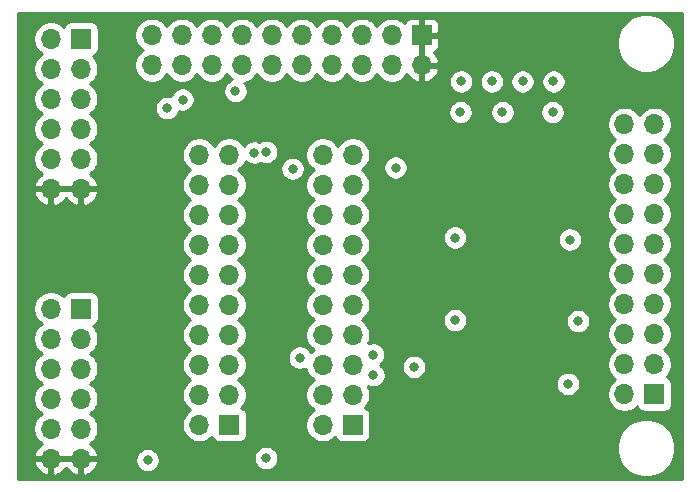
<source format=gbr>
G04 #@! TF.GenerationSoftware,KiCad,Pcbnew,5.1.10*
G04 #@! TF.CreationDate,2021-11-30T15:42:49+01:00*
G04 #@! TF.ProjectId,JTAGMux_1.0,4a544147-4d75-4785-9f31-2e302e6b6963,v1.0.1*
G04 #@! TF.SameCoordinates,Original*
G04 #@! TF.FileFunction,Copper,L2,Inr*
G04 #@! TF.FilePolarity,Positive*
%FSLAX46Y46*%
G04 Gerber Fmt 4.6, Leading zero omitted, Abs format (unit mm)*
G04 Created by KiCad (PCBNEW 5.1.10) date 2021-11-30 15:42:49*
%MOMM*%
%LPD*%
G01*
G04 APERTURE LIST*
G04 #@! TA.AperFunction,ComponentPad*
%ADD10O,1.700000X1.700000*%
G04 #@! TD*
G04 #@! TA.AperFunction,ComponentPad*
%ADD11R,1.700000X1.700000*%
G04 #@! TD*
G04 #@! TA.AperFunction,ViaPad*
%ADD12C,0.800000*%
G04 #@! TD*
G04 #@! TA.AperFunction,Conductor*
%ADD13C,0.254000*%
G04 #@! TD*
G04 #@! TA.AperFunction,Conductor*
%ADD14C,0.100000*%
G04 #@! TD*
G04 APERTURE END LIST*
D10*
X73950000Y-156950000D03*
X76490000Y-156950000D03*
X73950000Y-154410000D03*
X76490000Y-154410000D03*
X73950000Y-151870000D03*
X76490000Y-151870000D03*
X73950000Y-149330000D03*
X76490000Y-149330000D03*
X73950000Y-146790000D03*
X76490000Y-146790000D03*
X73950000Y-144250000D03*
D11*
X76490000Y-144250000D03*
D10*
X73950000Y-134105000D03*
X76490000Y-134105000D03*
X73950000Y-131565000D03*
X76490000Y-131565000D03*
X73950000Y-129025000D03*
X76490000Y-129025000D03*
X73950000Y-126485000D03*
X76490000Y-126485000D03*
X73950000Y-123945000D03*
X76490000Y-123945000D03*
X73950000Y-121405000D03*
D11*
X76490000Y-121405000D03*
D10*
X86510000Y-131240000D03*
X89050000Y-131240000D03*
X86510000Y-133780000D03*
X89050000Y-133780000D03*
X86510000Y-136320000D03*
X89050000Y-136320000D03*
X86510000Y-138860000D03*
X89050000Y-138860000D03*
X86510000Y-141400000D03*
X89050000Y-141400000D03*
X86510000Y-143940000D03*
X89050000Y-143940000D03*
X86510000Y-146480000D03*
X89050000Y-146480000D03*
X86510000Y-149020000D03*
X89050000Y-149020000D03*
X86510000Y-151560000D03*
X89050000Y-151560000D03*
X86510000Y-154100000D03*
D11*
X89050000Y-154100000D03*
D10*
X122510000Y-128650000D03*
X125050000Y-128650000D03*
X122510000Y-131190000D03*
X125050000Y-131190000D03*
X122510000Y-133730000D03*
X125050000Y-133730000D03*
X122510000Y-136270000D03*
X125050000Y-136270000D03*
X122510000Y-138810000D03*
X125050000Y-138810000D03*
X122510000Y-141350000D03*
X125050000Y-141350000D03*
X122510000Y-143890000D03*
X125050000Y-143890000D03*
X122510000Y-146430000D03*
X125050000Y-146430000D03*
X122510000Y-148970000D03*
X125050000Y-148970000D03*
X122510000Y-151510000D03*
D11*
X125050000Y-151510000D03*
D10*
X96960000Y-131240000D03*
X99500000Y-131240000D03*
X96960000Y-133780000D03*
X99500000Y-133780000D03*
X96960000Y-136320000D03*
X99500000Y-136320000D03*
X96960000Y-138860000D03*
X99500000Y-138860000D03*
X96960000Y-141400000D03*
X99500000Y-141400000D03*
X96960000Y-143940000D03*
X99500000Y-143940000D03*
X96960000Y-146480000D03*
X99500000Y-146480000D03*
X96960000Y-149020000D03*
X99500000Y-149020000D03*
X96960000Y-151560000D03*
X99500000Y-151560000D03*
X96960000Y-154100000D03*
D11*
X99500000Y-154100000D03*
D10*
X82490000Y-123640000D03*
X82490000Y-121100000D03*
X85030000Y-123640000D03*
X85030000Y-121100000D03*
X87570000Y-123640000D03*
X87570000Y-121100000D03*
X90110000Y-123640000D03*
X90110000Y-121100000D03*
X92650000Y-123640000D03*
X92650000Y-121100000D03*
X95190000Y-123640000D03*
X95190000Y-121100000D03*
X97730000Y-123640000D03*
X97730000Y-121100000D03*
X100270000Y-123640000D03*
X100270000Y-121100000D03*
X102810000Y-123640000D03*
X102810000Y-121100000D03*
X105350000Y-123640000D03*
D11*
X105350000Y-121100000D03*
D12*
X117890000Y-138420000D03*
X108161500Y-145227500D03*
X118575500Y-145317500D03*
X116429500Y-127625000D03*
X116493000Y-125021500D03*
X113889500Y-125021500D03*
X111286000Y-125021500D03*
X112175000Y-127625000D03*
X108682500Y-125021500D03*
X108619000Y-127625000D03*
X92172500Y-156925000D03*
X82139500Y-157089000D03*
X108161800Y-138242200D03*
X103125002Y-132324000D03*
X104690069Y-149199206D03*
X92172500Y-130990500D03*
X91150010Y-131054000D03*
X89575000Y-125850000D03*
X85100000Y-126562500D03*
X83787500Y-127287500D03*
X94415001Y-132415001D03*
X101226465Y-148154268D03*
X95017300Y-148416000D03*
X101253000Y-149888100D03*
X117725000Y-150625000D03*
D13*
X127365000Y-158665000D02*
X71177000Y-158665000D01*
X71177000Y-157306890D01*
X72508524Y-157306890D01*
X72553175Y-157454099D01*
X72678359Y-157716920D01*
X72852412Y-157950269D01*
X73068645Y-158145178D01*
X73318748Y-158294157D01*
X73593109Y-158391481D01*
X73823000Y-158270814D01*
X73823000Y-157077000D01*
X74077000Y-157077000D01*
X74077000Y-158270814D01*
X74306891Y-158391481D01*
X74581252Y-158294157D01*
X74831355Y-158145178D01*
X75047588Y-157950269D01*
X75220000Y-157719120D01*
X75392412Y-157950269D01*
X75608645Y-158145178D01*
X75858748Y-158294157D01*
X76133109Y-158391481D01*
X76363000Y-158270814D01*
X76363000Y-157077000D01*
X76617000Y-157077000D01*
X76617000Y-158270814D01*
X76846891Y-158391481D01*
X77121252Y-158294157D01*
X77371355Y-158145178D01*
X77587588Y-157950269D01*
X77761641Y-157716920D01*
X77886825Y-157454099D01*
X77931476Y-157306890D01*
X77810155Y-157077000D01*
X76617000Y-157077000D01*
X76363000Y-157077000D01*
X74077000Y-157077000D01*
X73823000Y-157077000D01*
X72629845Y-157077000D01*
X72508524Y-157306890D01*
X71177000Y-157306890D01*
X71177000Y-156987061D01*
X81104500Y-156987061D01*
X81104500Y-157190939D01*
X81144274Y-157390898D01*
X81222295Y-157579256D01*
X81335563Y-157748774D01*
X81479726Y-157892937D01*
X81649244Y-158006205D01*
X81837602Y-158084226D01*
X82037561Y-158124000D01*
X82241439Y-158124000D01*
X82441398Y-158084226D01*
X82629756Y-158006205D01*
X82799274Y-157892937D01*
X82943437Y-157748774D01*
X83056705Y-157579256D01*
X83134726Y-157390898D01*
X83174500Y-157190939D01*
X83174500Y-156987061D01*
X83141879Y-156823061D01*
X91137500Y-156823061D01*
X91137500Y-157026939D01*
X91177274Y-157226898D01*
X91255295Y-157415256D01*
X91368563Y-157584774D01*
X91512726Y-157728937D01*
X91682244Y-157842205D01*
X91870602Y-157920226D01*
X92070561Y-157960000D01*
X92274439Y-157960000D01*
X92474398Y-157920226D01*
X92662756Y-157842205D01*
X92832274Y-157728937D01*
X92976437Y-157584774D01*
X93089705Y-157415256D01*
X93167726Y-157226898D01*
X93207500Y-157026939D01*
X93207500Y-156823061D01*
X93167726Y-156623102D01*
X93089705Y-156434744D01*
X92976437Y-156265226D01*
X92832274Y-156121063D01*
X92662756Y-156007795D01*
X92474398Y-155929774D01*
X92274439Y-155890000D01*
X92070561Y-155890000D01*
X91870602Y-155929774D01*
X91682244Y-156007795D01*
X91512726Y-156121063D01*
X91368563Y-156265226D01*
X91255295Y-156434744D01*
X91177274Y-156623102D01*
X91137500Y-156823061D01*
X83141879Y-156823061D01*
X83134726Y-156787102D01*
X83056705Y-156598744D01*
X82943437Y-156429226D01*
X82799274Y-156285063D01*
X82629756Y-156171795D01*
X82441398Y-156093774D01*
X82241439Y-156054000D01*
X82037561Y-156054000D01*
X81837602Y-156093774D01*
X81649244Y-156171795D01*
X81479726Y-156285063D01*
X81335563Y-156429226D01*
X81222295Y-156598744D01*
X81144274Y-156787102D01*
X81104500Y-156987061D01*
X71177000Y-156987061D01*
X71177000Y-144103740D01*
X72465000Y-144103740D01*
X72465000Y-144396260D01*
X72522068Y-144683158D01*
X72634010Y-144953411D01*
X72796525Y-145196632D01*
X73003368Y-145403475D01*
X73177760Y-145520000D01*
X73003368Y-145636525D01*
X72796525Y-145843368D01*
X72634010Y-146086589D01*
X72522068Y-146356842D01*
X72465000Y-146643740D01*
X72465000Y-146936260D01*
X72522068Y-147223158D01*
X72634010Y-147493411D01*
X72796525Y-147736632D01*
X73003368Y-147943475D01*
X73177760Y-148060000D01*
X73003368Y-148176525D01*
X72796525Y-148383368D01*
X72634010Y-148626589D01*
X72522068Y-148896842D01*
X72465000Y-149183740D01*
X72465000Y-149476260D01*
X72522068Y-149763158D01*
X72634010Y-150033411D01*
X72796525Y-150276632D01*
X73003368Y-150483475D01*
X73177760Y-150600000D01*
X73003368Y-150716525D01*
X72796525Y-150923368D01*
X72634010Y-151166589D01*
X72522068Y-151436842D01*
X72465000Y-151723740D01*
X72465000Y-152016260D01*
X72522068Y-152303158D01*
X72634010Y-152573411D01*
X72796525Y-152816632D01*
X73003368Y-153023475D01*
X73177760Y-153140000D01*
X73003368Y-153256525D01*
X72796525Y-153463368D01*
X72634010Y-153706589D01*
X72522068Y-153976842D01*
X72465000Y-154263740D01*
X72465000Y-154556260D01*
X72522068Y-154843158D01*
X72634010Y-155113411D01*
X72796525Y-155356632D01*
X73003368Y-155563475D01*
X73185534Y-155685195D01*
X73068645Y-155754822D01*
X72852412Y-155949731D01*
X72678359Y-156183080D01*
X72553175Y-156445901D01*
X72508524Y-156593110D01*
X72629845Y-156823000D01*
X73823000Y-156823000D01*
X73823000Y-156803000D01*
X74077000Y-156803000D01*
X74077000Y-156823000D01*
X76363000Y-156823000D01*
X76363000Y-156803000D01*
X76617000Y-156803000D01*
X76617000Y-156823000D01*
X77810155Y-156823000D01*
X77931476Y-156593110D01*
X77886825Y-156445901D01*
X77761641Y-156183080D01*
X77587588Y-155949731D01*
X77424637Y-155802849D01*
X121856600Y-155802849D01*
X121856600Y-156292351D01*
X121952097Y-156772448D01*
X122139421Y-157224689D01*
X122411374Y-157631695D01*
X122757505Y-157977826D01*
X123164511Y-158249779D01*
X123616752Y-158437103D01*
X124096849Y-158532600D01*
X124586351Y-158532600D01*
X125066448Y-158437103D01*
X125518689Y-158249779D01*
X125925695Y-157977826D01*
X126271826Y-157631695D01*
X126543779Y-157224689D01*
X126731103Y-156772448D01*
X126826600Y-156292351D01*
X126826600Y-155802849D01*
X126731103Y-155322752D01*
X126543779Y-154870511D01*
X126271826Y-154463505D01*
X125925695Y-154117374D01*
X125518689Y-153845421D01*
X125066448Y-153658097D01*
X124586351Y-153562600D01*
X124096849Y-153562600D01*
X123616752Y-153658097D01*
X123164511Y-153845421D01*
X122757505Y-154117374D01*
X122411374Y-154463505D01*
X122139421Y-154870511D01*
X121952097Y-155322752D01*
X121856600Y-155802849D01*
X77424637Y-155802849D01*
X77371355Y-155754822D01*
X77254466Y-155685195D01*
X77436632Y-155563475D01*
X77643475Y-155356632D01*
X77805990Y-155113411D01*
X77917932Y-154843158D01*
X77975000Y-154556260D01*
X77975000Y-154263740D01*
X77917932Y-153976842D01*
X77805990Y-153706589D01*
X77643475Y-153463368D01*
X77436632Y-153256525D01*
X77262240Y-153140000D01*
X77436632Y-153023475D01*
X77643475Y-152816632D01*
X77805990Y-152573411D01*
X77917932Y-152303158D01*
X77975000Y-152016260D01*
X77975000Y-151723740D01*
X77917932Y-151436842D01*
X77805990Y-151166589D01*
X77643475Y-150923368D01*
X77436632Y-150716525D01*
X77262240Y-150600000D01*
X77436632Y-150483475D01*
X77643475Y-150276632D01*
X77805990Y-150033411D01*
X77917932Y-149763158D01*
X77975000Y-149476260D01*
X77975000Y-149183740D01*
X77917932Y-148896842D01*
X77805990Y-148626589D01*
X77643475Y-148383368D01*
X77436632Y-148176525D01*
X77262240Y-148060000D01*
X77436632Y-147943475D01*
X77643475Y-147736632D01*
X77805990Y-147493411D01*
X77917932Y-147223158D01*
X77975000Y-146936260D01*
X77975000Y-146643740D01*
X77917932Y-146356842D01*
X77805990Y-146086589D01*
X77643475Y-145843368D01*
X77511620Y-145711513D01*
X77584180Y-145689502D01*
X77694494Y-145630537D01*
X77791185Y-145551185D01*
X77870537Y-145454494D01*
X77929502Y-145344180D01*
X77965812Y-145224482D01*
X77978072Y-145100000D01*
X77978072Y-143400000D01*
X77965812Y-143275518D01*
X77929502Y-143155820D01*
X77870537Y-143045506D01*
X77791185Y-142948815D01*
X77694494Y-142869463D01*
X77584180Y-142810498D01*
X77464482Y-142774188D01*
X77340000Y-142761928D01*
X75640000Y-142761928D01*
X75515518Y-142774188D01*
X75395820Y-142810498D01*
X75285506Y-142869463D01*
X75188815Y-142948815D01*
X75109463Y-143045506D01*
X75050498Y-143155820D01*
X75028487Y-143228380D01*
X74896632Y-143096525D01*
X74653411Y-142934010D01*
X74383158Y-142822068D01*
X74096260Y-142765000D01*
X73803740Y-142765000D01*
X73516842Y-142822068D01*
X73246589Y-142934010D01*
X73003368Y-143096525D01*
X72796525Y-143303368D01*
X72634010Y-143546589D01*
X72522068Y-143816842D01*
X72465000Y-144103740D01*
X71177000Y-144103740D01*
X71177000Y-134461890D01*
X72508524Y-134461890D01*
X72553175Y-134609099D01*
X72678359Y-134871920D01*
X72852412Y-135105269D01*
X73068645Y-135300178D01*
X73318748Y-135449157D01*
X73593109Y-135546481D01*
X73823000Y-135425814D01*
X73823000Y-134232000D01*
X74077000Y-134232000D01*
X74077000Y-135425814D01*
X74306891Y-135546481D01*
X74581252Y-135449157D01*
X74831355Y-135300178D01*
X75047588Y-135105269D01*
X75220000Y-134874120D01*
X75392412Y-135105269D01*
X75608645Y-135300178D01*
X75858748Y-135449157D01*
X76133109Y-135546481D01*
X76363000Y-135425814D01*
X76363000Y-134232000D01*
X76617000Y-134232000D01*
X76617000Y-135425814D01*
X76846891Y-135546481D01*
X77121252Y-135449157D01*
X77371355Y-135300178D01*
X77587588Y-135105269D01*
X77761641Y-134871920D01*
X77886825Y-134609099D01*
X77931476Y-134461890D01*
X77810155Y-134232000D01*
X76617000Y-134232000D01*
X76363000Y-134232000D01*
X74077000Y-134232000D01*
X73823000Y-134232000D01*
X72629845Y-134232000D01*
X72508524Y-134461890D01*
X71177000Y-134461890D01*
X71177000Y-121258740D01*
X72465000Y-121258740D01*
X72465000Y-121551260D01*
X72522068Y-121838158D01*
X72634010Y-122108411D01*
X72796525Y-122351632D01*
X73003368Y-122558475D01*
X73177760Y-122675000D01*
X73003368Y-122791525D01*
X72796525Y-122998368D01*
X72634010Y-123241589D01*
X72522068Y-123511842D01*
X72465000Y-123798740D01*
X72465000Y-124091260D01*
X72522068Y-124378158D01*
X72634010Y-124648411D01*
X72796525Y-124891632D01*
X73003368Y-125098475D01*
X73177760Y-125215000D01*
X73003368Y-125331525D01*
X72796525Y-125538368D01*
X72634010Y-125781589D01*
X72522068Y-126051842D01*
X72465000Y-126338740D01*
X72465000Y-126631260D01*
X72522068Y-126918158D01*
X72634010Y-127188411D01*
X72796525Y-127431632D01*
X73003368Y-127638475D01*
X73177760Y-127755000D01*
X73003368Y-127871525D01*
X72796525Y-128078368D01*
X72634010Y-128321589D01*
X72522068Y-128591842D01*
X72465000Y-128878740D01*
X72465000Y-129171260D01*
X72522068Y-129458158D01*
X72634010Y-129728411D01*
X72796525Y-129971632D01*
X73003368Y-130178475D01*
X73177760Y-130295000D01*
X73003368Y-130411525D01*
X72796525Y-130618368D01*
X72634010Y-130861589D01*
X72522068Y-131131842D01*
X72465000Y-131418740D01*
X72465000Y-131711260D01*
X72522068Y-131998158D01*
X72634010Y-132268411D01*
X72796525Y-132511632D01*
X73003368Y-132718475D01*
X73185534Y-132840195D01*
X73068645Y-132909822D01*
X72852412Y-133104731D01*
X72678359Y-133338080D01*
X72553175Y-133600901D01*
X72508524Y-133748110D01*
X72629845Y-133978000D01*
X73823000Y-133978000D01*
X73823000Y-133958000D01*
X74077000Y-133958000D01*
X74077000Y-133978000D01*
X76363000Y-133978000D01*
X76363000Y-133958000D01*
X76617000Y-133958000D01*
X76617000Y-133978000D01*
X77810155Y-133978000D01*
X77931476Y-133748110D01*
X77886825Y-133600901D01*
X77761641Y-133338080D01*
X77587588Y-133104731D01*
X77371355Y-132909822D01*
X77254466Y-132840195D01*
X77436632Y-132718475D01*
X77643475Y-132511632D01*
X77805990Y-132268411D01*
X77917932Y-131998158D01*
X77975000Y-131711260D01*
X77975000Y-131418740D01*
X77917932Y-131131842D01*
X77902150Y-131093740D01*
X85025000Y-131093740D01*
X85025000Y-131386260D01*
X85082068Y-131673158D01*
X85194010Y-131943411D01*
X85356525Y-132186632D01*
X85563368Y-132393475D01*
X85737760Y-132510000D01*
X85563368Y-132626525D01*
X85356525Y-132833368D01*
X85194010Y-133076589D01*
X85082068Y-133346842D01*
X85025000Y-133633740D01*
X85025000Y-133926260D01*
X85082068Y-134213158D01*
X85194010Y-134483411D01*
X85356525Y-134726632D01*
X85563368Y-134933475D01*
X85737760Y-135050000D01*
X85563368Y-135166525D01*
X85356525Y-135373368D01*
X85194010Y-135616589D01*
X85082068Y-135886842D01*
X85025000Y-136173740D01*
X85025000Y-136466260D01*
X85082068Y-136753158D01*
X85194010Y-137023411D01*
X85356525Y-137266632D01*
X85563368Y-137473475D01*
X85737760Y-137590000D01*
X85563368Y-137706525D01*
X85356525Y-137913368D01*
X85194010Y-138156589D01*
X85082068Y-138426842D01*
X85025000Y-138713740D01*
X85025000Y-139006260D01*
X85082068Y-139293158D01*
X85194010Y-139563411D01*
X85356525Y-139806632D01*
X85563368Y-140013475D01*
X85737760Y-140130000D01*
X85563368Y-140246525D01*
X85356525Y-140453368D01*
X85194010Y-140696589D01*
X85082068Y-140966842D01*
X85025000Y-141253740D01*
X85025000Y-141546260D01*
X85082068Y-141833158D01*
X85194010Y-142103411D01*
X85356525Y-142346632D01*
X85563368Y-142553475D01*
X85737760Y-142670000D01*
X85563368Y-142786525D01*
X85356525Y-142993368D01*
X85194010Y-143236589D01*
X85082068Y-143506842D01*
X85025000Y-143793740D01*
X85025000Y-144086260D01*
X85082068Y-144373158D01*
X85194010Y-144643411D01*
X85356525Y-144886632D01*
X85563368Y-145093475D01*
X85737760Y-145210000D01*
X85563368Y-145326525D01*
X85356525Y-145533368D01*
X85194010Y-145776589D01*
X85082068Y-146046842D01*
X85025000Y-146333740D01*
X85025000Y-146626260D01*
X85082068Y-146913158D01*
X85194010Y-147183411D01*
X85356525Y-147426632D01*
X85563368Y-147633475D01*
X85737760Y-147750000D01*
X85563368Y-147866525D01*
X85356525Y-148073368D01*
X85194010Y-148316589D01*
X85082068Y-148586842D01*
X85025000Y-148873740D01*
X85025000Y-149166260D01*
X85082068Y-149453158D01*
X85194010Y-149723411D01*
X85356525Y-149966632D01*
X85563368Y-150173475D01*
X85737760Y-150290000D01*
X85563368Y-150406525D01*
X85356525Y-150613368D01*
X85194010Y-150856589D01*
X85082068Y-151126842D01*
X85025000Y-151413740D01*
X85025000Y-151706260D01*
X85082068Y-151993158D01*
X85194010Y-152263411D01*
X85356525Y-152506632D01*
X85563368Y-152713475D01*
X85737760Y-152830000D01*
X85563368Y-152946525D01*
X85356525Y-153153368D01*
X85194010Y-153396589D01*
X85082068Y-153666842D01*
X85025000Y-153953740D01*
X85025000Y-154246260D01*
X85082068Y-154533158D01*
X85194010Y-154803411D01*
X85356525Y-155046632D01*
X85563368Y-155253475D01*
X85806589Y-155415990D01*
X86076842Y-155527932D01*
X86363740Y-155585000D01*
X86656260Y-155585000D01*
X86943158Y-155527932D01*
X87213411Y-155415990D01*
X87456632Y-155253475D01*
X87588487Y-155121620D01*
X87610498Y-155194180D01*
X87669463Y-155304494D01*
X87748815Y-155401185D01*
X87845506Y-155480537D01*
X87955820Y-155539502D01*
X88075518Y-155575812D01*
X88200000Y-155588072D01*
X89900000Y-155588072D01*
X90024482Y-155575812D01*
X90144180Y-155539502D01*
X90254494Y-155480537D01*
X90351185Y-155401185D01*
X90430537Y-155304494D01*
X90489502Y-155194180D01*
X90525812Y-155074482D01*
X90538072Y-154950000D01*
X90538072Y-153250000D01*
X90525812Y-153125518D01*
X90489502Y-153005820D01*
X90430537Y-152895506D01*
X90351185Y-152798815D01*
X90254494Y-152719463D01*
X90144180Y-152660498D01*
X90071620Y-152638487D01*
X90203475Y-152506632D01*
X90365990Y-152263411D01*
X90477932Y-151993158D01*
X90535000Y-151706260D01*
X90535000Y-151413740D01*
X90477932Y-151126842D01*
X90365990Y-150856589D01*
X90203475Y-150613368D01*
X89996632Y-150406525D01*
X89822240Y-150290000D01*
X89996632Y-150173475D01*
X90203475Y-149966632D01*
X90365990Y-149723411D01*
X90477932Y-149453158D01*
X90535000Y-149166260D01*
X90535000Y-148873740D01*
X90477932Y-148586842D01*
X90365990Y-148316589D01*
X90364301Y-148314061D01*
X93982300Y-148314061D01*
X93982300Y-148517939D01*
X94022074Y-148717898D01*
X94100095Y-148906256D01*
X94213363Y-149075774D01*
X94357526Y-149219937D01*
X94527044Y-149333205D01*
X94715402Y-149411226D01*
X94915361Y-149451000D01*
X95119239Y-149451000D01*
X95319198Y-149411226D01*
X95507556Y-149333205D01*
X95508131Y-149332821D01*
X95532068Y-149453158D01*
X95644010Y-149723411D01*
X95806525Y-149966632D01*
X96013368Y-150173475D01*
X96187760Y-150290000D01*
X96013368Y-150406525D01*
X95806525Y-150613368D01*
X95644010Y-150856589D01*
X95532068Y-151126842D01*
X95475000Y-151413740D01*
X95475000Y-151706260D01*
X95532068Y-151993158D01*
X95644010Y-152263411D01*
X95806525Y-152506632D01*
X96013368Y-152713475D01*
X96187760Y-152830000D01*
X96013368Y-152946525D01*
X95806525Y-153153368D01*
X95644010Y-153396589D01*
X95532068Y-153666842D01*
X95475000Y-153953740D01*
X95475000Y-154246260D01*
X95532068Y-154533158D01*
X95644010Y-154803411D01*
X95806525Y-155046632D01*
X96013368Y-155253475D01*
X96256589Y-155415990D01*
X96526842Y-155527932D01*
X96813740Y-155585000D01*
X97106260Y-155585000D01*
X97393158Y-155527932D01*
X97663411Y-155415990D01*
X97906632Y-155253475D01*
X98038487Y-155121620D01*
X98060498Y-155194180D01*
X98119463Y-155304494D01*
X98198815Y-155401185D01*
X98295506Y-155480537D01*
X98405820Y-155539502D01*
X98525518Y-155575812D01*
X98650000Y-155588072D01*
X100350000Y-155588072D01*
X100474482Y-155575812D01*
X100594180Y-155539502D01*
X100704494Y-155480537D01*
X100801185Y-155401185D01*
X100880537Y-155304494D01*
X100939502Y-155194180D01*
X100975812Y-155074482D01*
X100988072Y-154950000D01*
X100988072Y-153250000D01*
X100975812Y-153125518D01*
X100939502Y-153005820D01*
X100880537Y-152895506D01*
X100801185Y-152798815D01*
X100704494Y-152719463D01*
X100594180Y-152660498D01*
X100521620Y-152638487D01*
X100653475Y-152506632D01*
X100815990Y-152263411D01*
X100927932Y-151993158D01*
X100985000Y-151706260D01*
X100985000Y-151413740D01*
X100927932Y-151126842D01*
X100815990Y-150856589D01*
X100788986Y-150816175D01*
X100951102Y-150883326D01*
X101151061Y-150923100D01*
X101354939Y-150923100D01*
X101554898Y-150883326D01*
X101743256Y-150805305D01*
X101912774Y-150692037D01*
X102056937Y-150547874D01*
X102073516Y-150523061D01*
X116690000Y-150523061D01*
X116690000Y-150726939D01*
X116729774Y-150926898D01*
X116807795Y-151115256D01*
X116921063Y-151284774D01*
X117065226Y-151428937D01*
X117234744Y-151542205D01*
X117423102Y-151620226D01*
X117623061Y-151660000D01*
X117826939Y-151660000D01*
X118026898Y-151620226D01*
X118215256Y-151542205D01*
X118384774Y-151428937D01*
X118528937Y-151284774D01*
X118642205Y-151115256D01*
X118720226Y-150926898D01*
X118760000Y-150726939D01*
X118760000Y-150523061D01*
X118720226Y-150323102D01*
X118642205Y-150134744D01*
X118528937Y-149965226D01*
X118384774Y-149821063D01*
X118215256Y-149707795D01*
X118026898Y-149629774D01*
X117826939Y-149590000D01*
X117623061Y-149590000D01*
X117423102Y-149629774D01*
X117234744Y-149707795D01*
X117065226Y-149821063D01*
X116921063Y-149965226D01*
X116807795Y-150134744D01*
X116729774Y-150323102D01*
X116690000Y-150523061D01*
X102073516Y-150523061D01*
X102170205Y-150378356D01*
X102248226Y-150189998D01*
X102288000Y-149990039D01*
X102288000Y-149786161D01*
X102248226Y-149586202D01*
X102170205Y-149397844D01*
X102056937Y-149228326D01*
X101925878Y-149097267D01*
X103655069Y-149097267D01*
X103655069Y-149301145D01*
X103694843Y-149501104D01*
X103772864Y-149689462D01*
X103886132Y-149858980D01*
X104030295Y-150003143D01*
X104199813Y-150116411D01*
X104388171Y-150194432D01*
X104588130Y-150234206D01*
X104792008Y-150234206D01*
X104991967Y-150194432D01*
X105180325Y-150116411D01*
X105349843Y-150003143D01*
X105494006Y-149858980D01*
X105607274Y-149689462D01*
X105685295Y-149501104D01*
X105725069Y-149301145D01*
X105725069Y-149097267D01*
X105685295Y-148897308D01*
X105607274Y-148708950D01*
X105494006Y-148539432D01*
X105349843Y-148395269D01*
X105180325Y-148282001D01*
X104991967Y-148203980D01*
X104792008Y-148164206D01*
X104588130Y-148164206D01*
X104388171Y-148203980D01*
X104199813Y-148282001D01*
X104030295Y-148395269D01*
X103886132Y-148539432D01*
X103772864Y-148708950D01*
X103694843Y-148897308D01*
X103655069Y-149097267D01*
X101925878Y-149097267D01*
X101912774Y-149084163D01*
X101805252Y-149012319D01*
X101886239Y-148958205D01*
X102030402Y-148814042D01*
X102143670Y-148644524D01*
X102221691Y-148456166D01*
X102261465Y-148256207D01*
X102261465Y-148052329D01*
X102221691Y-147852370D01*
X102143670Y-147664012D01*
X102030402Y-147494494D01*
X101886239Y-147350331D01*
X101716721Y-147237063D01*
X101528363Y-147159042D01*
X101328404Y-147119268D01*
X101124526Y-147119268D01*
X100924567Y-147159042D01*
X100796953Y-147211902D01*
X100815990Y-147183411D01*
X100927932Y-146913158D01*
X100985000Y-146626260D01*
X100985000Y-146333740D01*
X100927932Y-146046842D01*
X100815990Y-145776589D01*
X100653475Y-145533368D01*
X100446632Y-145326525D01*
X100272240Y-145210000D01*
X100398611Y-145125561D01*
X107126500Y-145125561D01*
X107126500Y-145329439D01*
X107166274Y-145529398D01*
X107244295Y-145717756D01*
X107357563Y-145887274D01*
X107501726Y-146031437D01*
X107671244Y-146144705D01*
X107859602Y-146222726D01*
X108059561Y-146262500D01*
X108263439Y-146262500D01*
X108463398Y-146222726D01*
X108651756Y-146144705D01*
X108821274Y-146031437D01*
X108965437Y-145887274D01*
X109078705Y-145717756D01*
X109156726Y-145529398D01*
X109196500Y-145329439D01*
X109196500Y-145215561D01*
X117540500Y-145215561D01*
X117540500Y-145419439D01*
X117580274Y-145619398D01*
X117658295Y-145807756D01*
X117771563Y-145977274D01*
X117915726Y-146121437D01*
X118085244Y-146234705D01*
X118273602Y-146312726D01*
X118473561Y-146352500D01*
X118677439Y-146352500D01*
X118877398Y-146312726D01*
X119065756Y-146234705D01*
X119235274Y-146121437D01*
X119379437Y-145977274D01*
X119492705Y-145807756D01*
X119570726Y-145619398D01*
X119610500Y-145419439D01*
X119610500Y-145215561D01*
X119570726Y-145015602D01*
X119492705Y-144827244D01*
X119379437Y-144657726D01*
X119235274Y-144513563D01*
X119065756Y-144400295D01*
X118877398Y-144322274D01*
X118677439Y-144282500D01*
X118473561Y-144282500D01*
X118273602Y-144322274D01*
X118085244Y-144400295D01*
X117915726Y-144513563D01*
X117771563Y-144657726D01*
X117658295Y-144827244D01*
X117580274Y-145015602D01*
X117540500Y-145215561D01*
X109196500Y-145215561D01*
X109196500Y-145125561D01*
X109156726Y-144925602D01*
X109078705Y-144737244D01*
X108965437Y-144567726D01*
X108821274Y-144423563D01*
X108651756Y-144310295D01*
X108463398Y-144232274D01*
X108263439Y-144192500D01*
X108059561Y-144192500D01*
X107859602Y-144232274D01*
X107671244Y-144310295D01*
X107501726Y-144423563D01*
X107357563Y-144567726D01*
X107244295Y-144737244D01*
X107166274Y-144925602D01*
X107126500Y-145125561D01*
X100398611Y-145125561D01*
X100446632Y-145093475D01*
X100653475Y-144886632D01*
X100815990Y-144643411D01*
X100927932Y-144373158D01*
X100985000Y-144086260D01*
X100985000Y-143793740D01*
X100927932Y-143506842D01*
X100815990Y-143236589D01*
X100653475Y-142993368D01*
X100446632Y-142786525D01*
X100272240Y-142670000D01*
X100446632Y-142553475D01*
X100653475Y-142346632D01*
X100815990Y-142103411D01*
X100927932Y-141833158D01*
X100985000Y-141546260D01*
X100985000Y-141253740D01*
X100927932Y-140966842D01*
X100815990Y-140696589D01*
X100653475Y-140453368D01*
X100446632Y-140246525D01*
X100272240Y-140130000D01*
X100446632Y-140013475D01*
X100653475Y-139806632D01*
X100815990Y-139563411D01*
X100927932Y-139293158D01*
X100985000Y-139006260D01*
X100985000Y-138713740D01*
X100927932Y-138426842D01*
X100815990Y-138156589D01*
X100805080Y-138140261D01*
X107126800Y-138140261D01*
X107126800Y-138344139D01*
X107166574Y-138544098D01*
X107244595Y-138732456D01*
X107357863Y-138901974D01*
X107502026Y-139046137D01*
X107671544Y-139159405D01*
X107859902Y-139237426D01*
X108059861Y-139277200D01*
X108263739Y-139277200D01*
X108463698Y-139237426D01*
X108652056Y-139159405D01*
X108821574Y-139046137D01*
X108965737Y-138901974D01*
X109079005Y-138732456D01*
X109157026Y-138544098D01*
X109196800Y-138344139D01*
X109196800Y-138318061D01*
X116855000Y-138318061D01*
X116855000Y-138521939D01*
X116894774Y-138721898D01*
X116972795Y-138910256D01*
X117086063Y-139079774D01*
X117230226Y-139223937D01*
X117399744Y-139337205D01*
X117588102Y-139415226D01*
X117788061Y-139455000D01*
X117991939Y-139455000D01*
X118191898Y-139415226D01*
X118380256Y-139337205D01*
X118549774Y-139223937D01*
X118693937Y-139079774D01*
X118807205Y-138910256D01*
X118885226Y-138721898D01*
X118925000Y-138521939D01*
X118925000Y-138318061D01*
X118885226Y-138118102D01*
X118807205Y-137929744D01*
X118693937Y-137760226D01*
X118549774Y-137616063D01*
X118380256Y-137502795D01*
X118191898Y-137424774D01*
X117991939Y-137385000D01*
X117788061Y-137385000D01*
X117588102Y-137424774D01*
X117399744Y-137502795D01*
X117230226Y-137616063D01*
X117086063Y-137760226D01*
X116972795Y-137929744D01*
X116894774Y-138118102D01*
X116855000Y-138318061D01*
X109196800Y-138318061D01*
X109196800Y-138140261D01*
X109157026Y-137940302D01*
X109079005Y-137751944D01*
X108965737Y-137582426D01*
X108821574Y-137438263D01*
X108652056Y-137324995D01*
X108463698Y-137246974D01*
X108263739Y-137207200D01*
X108059861Y-137207200D01*
X107859902Y-137246974D01*
X107671544Y-137324995D01*
X107502026Y-137438263D01*
X107357863Y-137582426D01*
X107244595Y-137751944D01*
X107166574Y-137940302D01*
X107126800Y-138140261D01*
X100805080Y-138140261D01*
X100653475Y-137913368D01*
X100446632Y-137706525D01*
X100272240Y-137590000D01*
X100446632Y-137473475D01*
X100653475Y-137266632D01*
X100815990Y-137023411D01*
X100927932Y-136753158D01*
X100985000Y-136466260D01*
X100985000Y-136173740D01*
X100927932Y-135886842D01*
X100815990Y-135616589D01*
X100653475Y-135373368D01*
X100446632Y-135166525D01*
X100272240Y-135050000D01*
X100446632Y-134933475D01*
X100653475Y-134726632D01*
X100815990Y-134483411D01*
X100927932Y-134213158D01*
X100985000Y-133926260D01*
X100985000Y-133633740D01*
X100927932Y-133346842D01*
X100815990Y-133076589D01*
X100653475Y-132833368D01*
X100446632Y-132626525D01*
X100272240Y-132510000D01*
X100446632Y-132393475D01*
X100618046Y-132222061D01*
X102090002Y-132222061D01*
X102090002Y-132425939D01*
X102129776Y-132625898D01*
X102207797Y-132814256D01*
X102321065Y-132983774D01*
X102465228Y-133127937D01*
X102634746Y-133241205D01*
X102823104Y-133319226D01*
X103023063Y-133359000D01*
X103226941Y-133359000D01*
X103426900Y-133319226D01*
X103615258Y-133241205D01*
X103784776Y-133127937D01*
X103928939Y-132983774D01*
X104042207Y-132814256D01*
X104120228Y-132625898D01*
X104160002Y-132425939D01*
X104160002Y-132222061D01*
X104120228Y-132022102D01*
X104042207Y-131833744D01*
X103928939Y-131664226D01*
X103784776Y-131520063D01*
X103615258Y-131406795D01*
X103426900Y-131328774D01*
X103226941Y-131289000D01*
X103023063Y-131289000D01*
X102823104Y-131328774D01*
X102634746Y-131406795D01*
X102465228Y-131520063D01*
X102321065Y-131664226D01*
X102207797Y-131833744D01*
X102129776Y-132022102D01*
X102090002Y-132222061D01*
X100618046Y-132222061D01*
X100653475Y-132186632D01*
X100815990Y-131943411D01*
X100927932Y-131673158D01*
X100985000Y-131386260D01*
X100985000Y-131093740D01*
X100927932Y-130806842D01*
X100815990Y-130536589D01*
X100653475Y-130293368D01*
X100446632Y-130086525D01*
X100203411Y-129924010D01*
X99933158Y-129812068D01*
X99646260Y-129755000D01*
X99353740Y-129755000D01*
X99066842Y-129812068D01*
X98796589Y-129924010D01*
X98553368Y-130086525D01*
X98346525Y-130293368D01*
X98230000Y-130467760D01*
X98113475Y-130293368D01*
X97906632Y-130086525D01*
X97663411Y-129924010D01*
X97393158Y-129812068D01*
X97106260Y-129755000D01*
X96813740Y-129755000D01*
X96526842Y-129812068D01*
X96256589Y-129924010D01*
X96013368Y-130086525D01*
X95806525Y-130293368D01*
X95644010Y-130536589D01*
X95532068Y-130806842D01*
X95475000Y-131093740D01*
X95475000Y-131386260D01*
X95532068Y-131673158D01*
X95644010Y-131943411D01*
X95806525Y-132186632D01*
X96013368Y-132393475D01*
X96187760Y-132510000D01*
X96013368Y-132626525D01*
X95806525Y-132833368D01*
X95644010Y-133076589D01*
X95532068Y-133346842D01*
X95475000Y-133633740D01*
X95475000Y-133926260D01*
X95532068Y-134213158D01*
X95644010Y-134483411D01*
X95806525Y-134726632D01*
X96013368Y-134933475D01*
X96187760Y-135050000D01*
X96013368Y-135166525D01*
X95806525Y-135373368D01*
X95644010Y-135616589D01*
X95532068Y-135886842D01*
X95475000Y-136173740D01*
X95475000Y-136466260D01*
X95532068Y-136753158D01*
X95644010Y-137023411D01*
X95806525Y-137266632D01*
X96013368Y-137473475D01*
X96187760Y-137590000D01*
X96013368Y-137706525D01*
X95806525Y-137913368D01*
X95644010Y-138156589D01*
X95532068Y-138426842D01*
X95475000Y-138713740D01*
X95475000Y-139006260D01*
X95532068Y-139293158D01*
X95644010Y-139563411D01*
X95806525Y-139806632D01*
X96013368Y-140013475D01*
X96187760Y-140130000D01*
X96013368Y-140246525D01*
X95806525Y-140453368D01*
X95644010Y-140696589D01*
X95532068Y-140966842D01*
X95475000Y-141253740D01*
X95475000Y-141546260D01*
X95532068Y-141833158D01*
X95644010Y-142103411D01*
X95806525Y-142346632D01*
X96013368Y-142553475D01*
X96187760Y-142670000D01*
X96013368Y-142786525D01*
X95806525Y-142993368D01*
X95644010Y-143236589D01*
X95532068Y-143506842D01*
X95475000Y-143793740D01*
X95475000Y-144086260D01*
X95532068Y-144373158D01*
X95644010Y-144643411D01*
X95806525Y-144886632D01*
X96013368Y-145093475D01*
X96187760Y-145210000D01*
X96013368Y-145326525D01*
X95806525Y-145533368D01*
X95644010Y-145776589D01*
X95532068Y-146046842D01*
X95475000Y-146333740D01*
X95475000Y-146626260D01*
X95532068Y-146913158D01*
X95644010Y-147183411D01*
X95806525Y-147426632D01*
X96013368Y-147633475D01*
X96187760Y-147750000D01*
X96013368Y-147866525D01*
X95940259Y-147939634D01*
X95934505Y-147925744D01*
X95821237Y-147756226D01*
X95677074Y-147612063D01*
X95507556Y-147498795D01*
X95319198Y-147420774D01*
X95119239Y-147381000D01*
X94915361Y-147381000D01*
X94715402Y-147420774D01*
X94527044Y-147498795D01*
X94357526Y-147612063D01*
X94213363Y-147756226D01*
X94100095Y-147925744D01*
X94022074Y-148114102D01*
X93982300Y-148314061D01*
X90364301Y-148314061D01*
X90203475Y-148073368D01*
X89996632Y-147866525D01*
X89822240Y-147750000D01*
X89996632Y-147633475D01*
X90203475Y-147426632D01*
X90365990Y-147183411D01*
X90477932Y-146913158D01*
X90535000Y-146626260D01*
X90535000Y-146333740D01*
X90477932Y-146046842D01*
X90365990Y-145776589D01*
X90203475Y-145533368D01*
X89996632Y-145326525D01*
X89822240Y-145210000D01*
X89996632Y-145093475D01*
X90203475Y-144886632D01*
X90365990Y-144643411D01*
X90477932Y-144373158D01*
X90535000Y-144086260D01*
X90535000Y-143793740D01*
X90477932Y-143506842D01*
X90365990Y-143236589D01*
X90203475Y-142993368D01*
X89996632Y-142786525D01*
X89822240Y-142670000D01*
X89996632Y-142553475D01*
X90203475Y-142346632D01*
X90365990Y-142103411D01*
X90477932Y-141833158D01*
X90535000Y-141546260D01*
X90535000Y-141253740D01*
X90477932Y-140966842D01*
X90365990Y-140696589D01*
X90203475Y-140453368D01*
X89996632Y-140246525D01*
X89822240Y-140130000D01*
X89996632Y-140013475D01*
X90203475Y-139806632D01*
X90365990Y-139563411D01*
X90477932Y-139293158D01*
X90535000Y-139006260D01*
X90535000Y-138713740D01*
X90477932Y-138426842D01*
X90365990Y-138156589D01*
X90203475Y-137913368D01*
X89996632Y-137706525D01*
X89822240Y-137590000D01*
X89996632Y-137473475D01*
X90203475Y-137266632D01*
X90365990Y-137023411D01*
X90477932Y-136753158D01*
X90535000Y-136466260D01*
X90535000Y-136173740D01*
X90477932Y-135886842D01*
X90365990Y-135616589D01*
X90203475Y-135373368D01*
X89996632Y-135166525D01*
X89822240Y-135050000D01*
X89996632Y-134933475D01*
X90203475Y-134726632D01*
X90365990Y-134483411D01*
X90477932Y-134213158D01*
X90535000Y-133926260D01*
X90535000Y-133633740D01*
X90477932Y-133346842D01*
X90365990Y-133076589D01*
X90203475Y-132833368D01*
X89996632Y-132626525D01*
X89822240Y-132510000D01*
X89996632Y-132393475D01*
X90077045Y-132313062D01*
X93380001Y-132313062D01*
X93380001Y-132516940D01*
X93419775Y-132716899D01*
X93497796Y-132905257D01*
X93611064Y-133074775D01*
X93755227Y-133218938D01*
X93924745Y-133332206D01*
X94113103Y-133410227D01*
X94313062Y-133450001D01*
X94516940Y-133450001D01*
X94716899Y-133410227D01*
X94905257Y-133332206D01*
X95074775Y-133218938D01*
X95218938Y-133074775D01*
X95332206Y-132905257D01*
X95410227Y-132716899D01*
X95450001Y-132516940D01*
X95450001Y-132313062D01*
X95410227Y-132113103D01*
X95332206Y-131924745D01*
X95218938Y-131755227D01*
X95074775Y-131611064D01*
X94905257Y-131497796D01*
X94716899Y-131419775D01*
X94516940Y-131380001D01*
X94313062Y-131380001D01*
X94113103Y-131419775D01*
X93924745Y-131497796D01*
X93755227Y-131611064D01*
X93611064Y-131755227D01*
X93497796Y-131924745D01*
X93419775Y-132113103D01*
X93380001Y-132313062D01*
X90077045Y-132313062D01*
X90203475Y-132186632D01*
X90365990Y-131943411D01*
X90427415Y-131795116D01*
X90490236Y-131857937D01*
X90659754Y-131971205D01*
X90848112Y-132049226D01*
X91048071Y-132089000D01*
X91251949Y-132089000D01*
X91451908Y-132049226D01*
X91640266Y-131971205D01*
X91714997Y-131921272D01*
X91870602Y-131985726D01*
X92070561Y-132025500D01*
X92274439Y-132025500D01*
X92474398Y-131985726D01*
X92662756Y-131907705D01*
X92832274Y-131794437D01*
X92976437Y-131650274D01*
X93089705Y-131480756D01*
X93167726Y-131292398D01*
X93207500Y-131092439D01*
X93207500Y-130888561D01*
X93167726Y-130688602D01*
X93089705Y-130500244D01*
X92976437Y-130330726D01*
X92832274Y-130186563D01*
X92662756Y-130073295D01*
X92474398Y-129995274D01*
X92274439Y-129955500D01*
X92070561Y-129955500D01*
X91870602Y-129995274D01*
X91682244Y-130073295D01*
X91607513Y-130123228D01*
X91451908Y-130058774D01*
X91251949Y-130019000D01*
X91048071Y-130019000D01*
X90848112Y-130058774D01*
X90659754Y-130136795D01*
X90490236Y-130250063D01*
X90346073Y-130394226D01*
X90308470Y-130450504D01*
X90203475Y-130293368D01*
X89996632Y-130086525D01*
X89753411Y-129924010D01*
X89483158Y-129812068D01*
X89196260Y-129755000D01*
X88903740Y-129755000D01*
X88616842Y-129812068D01*
X88346589Y-129924010D01*
X88103368Y-130086525D01*
X87896525Y-130293368D01*
X87780000Y-130467760D01*
X87663475Y-130293368D01*
X87456632Y-130086525D01*
X87213411Y-129924010D01*
X86943158Y-129812068D01*
X86656260Y-129755000D01*
X86363740Y-129755000D01*
X86076842Y-129812068D01*
X85806589Y-129924010D01*
X85563368Y-130086525D01*
X85356525Y-130293368D01*
X85194010Y-130536589D01*
X85082068Y-130806842D01*
X85025000Y-131093740D01*
X77902150Y-131093740D01*
X77805990Y-130861589D01*
X77643475Y-130618368D01*
X77436632Y-130411525D01*
X77262240Y-130295000D01*
X77436632Y-130178475D01*
X77643475Y-129971632D01*
X77805990Y-129728411D01*
X77917932Y-129458158D01*
X77975000Y-129171260D01*
X77975000Y-128878740D01*
X77917932Y-128591842D01*
X77805990Y-128321589D01*
X77643475Y-128078368D01*
X77436632Y-127871525D01*
X77262240Y-127755000D01*
X77436632Y-127638475D01*
X77643475Y-127431632D01*
X77805990Y-127188411D01*
X77807170Y-127185561D01*
X82752500Y-127185561D01*
X82752500Y-127389439D01*
X82792274Y-127589398D01*
X82870295Y-127777756D01*
X82983563Y-127947274D01*
X83127726Y-128091437D01*
X83297244Y-128204705D01*
X83485602Y-128282726D01*
X83685561Y-128322500D01*
X83889439Y-128322500D01*
X84089398Y-128282726D01*
X84277756Y-128204705D01*
X84447274Y-128091437D01*
X84591437Y-127947274D01*
X84704705Y-127777756D01*
X84782726Y-127589398D01*
X84789717Y-127554253D01*
X84798102Y-127557726D01*
X84998061Y-127597500D01*
X85201939Y-127597500D01*
X85401898Y-127557726D01*
X85485586Y-127523061D01*
X107584000Y-127523061D01*
X107584000Y-127726939D01*
X107623774Y-127926898D01*
X107701795Y-128115256D01*
X107815063Y-128284774D01*
X107959226Y-128428937D01*
X108128744Y-128542205D01*
X108317102Y-128620226D01*
X108517061Y-128660000D01*
X108720939Y-128660000D01*
X108920898Y-128620226D01*
X109109256Y-128542205D01*
X109278774Y-128428937D01*
X109422937Y-128284774D01*
X109536205Y-128115256D01*
X109614226Y-127926898D01*
X109654000Y-127726939D01*
X109654000Y-127523061D01*
X111140000Y-127523061D01*
X111140000Y-127726939D01*
X111179774Y-127926898D01*
X111257795Y-128115256D01*
X111371063Y-128284774D01*
X111515226Y-128428937D01*
X111684744Y-128542205D01*
X111873102Y-128620226D01*
X112073061Y-128660000D01*
X112276939Y-128660000D01*
X112476898Y-128620226D01*
X112665256Y-128542205D01*
X112834774Y-128428937D01*
X112978937Y-128284774D01*
X113092205Y-128115256D01*
X113170226Y-127926898D01*
X113210000Y-127726939D01*
X113210000Y-127523061D01*
X115394500Y-127523061D01*
X115394500Y-127726939D01*
X115434274Y-127926898D01*
X115512295Y-128115256D01*
X115625563Y-128284774D01*
X115769726Y-128428937D01*
X115939244Y-128542205D01*
X116127602Y-128620226D01*
X116327561Y-128660000D01*
X116531439Y-128660000D01*
X116731398Y-128620226D01*
X116919756Y-128542205D01*
X116977323Y-128503740D01*
X121025000Y-128503740D01*
X121025000Y-128796260D01*
X121082068Y-129083158D01*
X121194010Y-129353411D01*
X121356525Y-129596632D01*
X121563368Y-129803475D01*
X121737760Y-129920000D01*
X121563368Y-130036525D01*
X121356525Y-130243368D01*
X121194010Y-130486589D01*
X121082068Y-130756842D01*
X121025000Y-131043740D01*
X121025000Y-131336260D01*
X121082068Y-131623158D01*
X121194010Y-131893411D01*
X121356525Y-132136632D01*
X121563368Y-132343475D01*
X121737760Y-132460000D01*
X121563368Y-132576525D01*
X121356525Y-132783368D01*
X121194010Y-133026589D01*
X121082068Y-133296842D01*
X121025000Y-133583740D01*
X121025000Y-133876260D01*
X121082068Y-134163158D01*
X121194010Y-134433411D01*
X121356525Y-134676632D01*
X121563368Y-134883475D01*
X121737760Y-135000000D01*
X121563368Y-135116525D01*
X121356525Y-135323368D01*
X121194010Y-135566589D01*
X121082068Y-135836842D01*
X121025000Y-136123740D01*
X121025000Y-136416260D01*
X121082068Y-136703158D01*
X121194010Y-136973411D01*
X121356525Y-137216632D01*
X121563368Y-137423475D01*
X121737760Y-137540000D01*
X121563368Y-137656525D01*
X121356525Y-137863368D01*
X121194010Y-138106589D01*
X121082068Y-138376842D01*
X121025000Y-138663740D01*
X121025000Y-138956260D01*
X121082068Y-139243158D01*
X121194010Y-139513411D01*
X121356525Y-139756632D01*
X121563368Y-139963475D01*
X121737760Y-140080000D01*
X121563368Y-140196525D01*
X121356525Y-140403368D01*
X121194010Y-140646589D01*
X121082068Y-140916842D01*
X121025000Y-141203740D01*
X121025000Y-141496260D01*
X121082068Y-141783158D01*
X121194010Y-142053411D01*
X121356525Y-142296632D01*
X121563368Y-142503475D01*
X121737760Y-142620000D01*
X121563368Y-142736525D01*
X121356525Y-142943368D01*
X121194010Y-143186589D01*
X121082068Y-143456842D01*
X121025000Y-143743740D01*
X121025000Y-144036260D01*
X121082068Y-144323158D01*
X121194010Y-144593411D01*
X121356525Y-144836632D01*
X121563368Y-145043475D01*
X121737760Y-145160000D01*
X121563368Y-145276525D01*
X121356525Y-145483368D01*
X121194010Y-145726589D01*
X121082068Y-145996842D01*
X121025000Y-146283740D01*
X121025000Y-146576260D01*
X121082068Y-146863158D01*
X121194010Y-147133411D01*
X121356525Y-147376632D01*
X121563368Y-147583475D01*
X121737760Y-147700000D01*
X121563368Y-147816525D01*
X121356525Y-148023368D01*
X121194010Y-148266589D01*
X121082068Y-148536842D01*
X121025000Y-148823740D01*
X121025000Y-149116260D01*
X121082068Y-149403158D01*
X121194010Y-149673411D01*
X121356525Y-149916632D01*
X121563368Y-150123475D01*
X121737760Y-150240000D01*
X121563368Y-150356525D01*
X121356525Y-150563368D01*
X121194010Y-150806589D01*
X121082068Y-151076842D01*
X121025000Y-151363740D01*
X121025000Y-151656260D01*
X121082068Y-151943158D01*
X121194010Y-152213411D01*
X121356525Y-152456632D01*
X121563368Y-152663475D01*
X121806589Y-152825990D01*
X122076842Y-152937932D01*
X122363740Y-152995000D01*
X122656260Y-152995000D01*
X122943158Y-152937932D01*
X123213411Y-152825990D01*
X123456632Y-152663475D01*
X123588487Y-152531620D01*
X123610498Y-152604180D01*
X123669463Y-152714494D01*
X123748815Y-152811185D01*
X123845506Y-152890537D01*
X123955820Y-152949502D01*
X124075518Y-152985812D01*
X124200000Y-152998072D01*
X125900000Y-152998072D01*
X126024482Y-152985812D01*
X126144180Y-152949502D01*
X126254494Y-152890537D01*
X126351185Y-152811185D01*
X126430537Y-152714494D01*
X126489502Y-152604180D01*
X126525812Y-152484482D01*
X126538072Y-152360000D01*
X126538072Y-150660000D01*
X126525812Y-150535518D01*
X126489502Y-150415820D01*
X126430537Y-150305506D01*
X126351185Y-150208815D01*
X126254494Y-150129463D01*
X126144180Y-150070498D01*
X126071620Y-150048487D01*
X126203475Y-149916632D01*
X126365990Y-149673411D01*
X126477932Y-149403158D01*
X126535000Y-149116260D01*
X126535000Y-148823740D01*
X126477932Y-148536842D01*
X126365990Y-148266589D01*
X126203475Y-148023368D01*
X125996632Y-147816525D01*
X125822240Y-147700000D01*
X125996632Y-147583475D01*
X126203475Y-147376632D01*
X126365990Y-147133411D01*
X126477932Y-146863158D01*
X126535000Y-146576260D01*
X126535000Y-146283740D01*
X126477932Y-145996842D01*
X126365990Y-145726589D01*
X126203475Y-145483368D01*
X125996632Y-145276525D01*
X125822240Y-145160000D01*
X125996632Y-145043475D01*
X126203475Y-144836632D01*
X126365990Y-144593411D01*
X126477932Y-144323158D01*
X126535000Y-144036260D01*
X126535000Y-143743740D01*
X126477932Y-143456842D01*
X126365990Y-143186589D01*
X126203475Y-142943368D01*
X125996632Y-142736525D01*
X125822240Y-142620000D01*
X125996632Y-142503475D01*
X126203475Y-142296632D01*
X126365990Y-142053411D01*
X126477932Y-141783158D01*
X126535000Y-141496260D01*
X126535000Y-141203740D01*
X126477932Y-140916842D01*
X126365990Y-140646589D01*
X126203475Y-140403368D01*
X125996632Y-140196525D01*
X125822240Y-140080000D01*
X125996632Y-139963475D01*
X126203475Y-139756632D01*
X126365990Y-139513411D01*
X126477932Y-139243158D01*
X126535000Y-138956260D01*
X126535000Y-138663740D01*
X126477932Y-138376842D01*
X126365990Y-138106589D01*
X126203475Y-137863368D01*
X125996632Y-137656525D01*
X125822240Y-137540000D01*
X125996632Y-137423475D01*
X126203475Y-137216632D01*
X126365990Y-136973411D01*
X126477932Y-136703158D01*
X126535000Y-136416260D01*
X126535000Y-136123740D01*
X126477932Y-135836842D01*
X126365990Y-135566589D01*
X126203475Y-135323368D01*
X125996632Y-135116525D01*
X125822240Y-135000000D01*
X125996632Y-134883475D01*
X126203475Y-134676632D01*
X126365990Y-134433411D01*
X126477932Y-134163158D01*
X126535000Y-133876260D01*
X126535000Y-133583740D01*
X126477932Y-133296842D01*
X126365990Y-133026589D01*
X126203475Y-132783368D01*
X125996632Y-132576525D01*
X125822240Y-132460000D01*
X125996632Y-132343475D01*
X126203475Y-132136632D01*
X126365990Y-131893411D01*
X126477932Y-131623158D01*
X126535000Y-131336260D01*
X126535000Y-131043740D01*
X126477932Y-130756842D01*
X126365990Y-130486589D01*
X126203475Y-130243368D01*
X125996632Y-130036525D01*
X125822240Y-129920000D01*
X125996632Y-129803475D01*
X126203475Y-129596632D01*
X126365990Y-129353411D01*
X126477932Y-129083158D01*
X126535000Y-128796260D01*
X126535000Y-128503740D01*
X126477932Y-128216842D01*
X126365990Y-127946589D01*
X126203475Y-127703368D01*
X125996632Y-127496525D01*
X125753411Y-127334010D01*
X125483158Y-127222068D01*
X125196260Y-127165000D01*
X124903740Y-127165000D01*
X124616842Y-127222068D01*
X124346589Y-127334010D01*
X124103368Y-127496525D01*
X123896525Y-127703368D01*
X123780000Y-127877760D01*
X123663475Y-127703368D01*
X123456632Y-127496525D01*
X123213411Y-127334010D01*
X122943158Y-127222068D01*
X122656260Y-127165000D01*
X122363740Y-127165000D01*
X122076842Y-127222068D01*
X121806589Y-127334010D01*
X121563368Y-127496525D01*
X121356525Y-127703368D01*
X121194010Y-127946589D01*
X121082068Y-128216842D01*
X121025000Y-128503740D01*
X116977323Y-128503740D01*
X117089274Y-128428937D01*
X117233437Y-128284774D01*
X117346705Y-128115256D01*
X117424726Y-127926898D01*
X117464500Y-127726939D01*
X117464500Y-127523061D01*
X117424726Y-127323102D01*
X117346705Y-127134744D01*
X117233437Y-126965226D01*
X117089274Y-126821063D01*
X116919756Y-126707795D01*
X116731398Y-126629774D01*
X116531439Y-126590000D01*
X116327561Y-126590000D01*
X116127602Y-126629774D01*
X115939244Y-126707795D01*
X115769726Y-126821063D01*
X115625563Y-126965226D01*
X115512295Y-127134744D01*
X115434274Y-127323102D01*
X115394500Y-127523061D01*
X113210000Y-127523061D01*
X113170226Y-127323102D01*
X113092205Y-127134744D01*
X112978937Y-126965226D01*
X112834774Y-126821063D01*
X112665256Y-126707795D01*
X112476898Y-126629774D01*
X112276939Y-126590000D01*
X112073061Y-126590000D01*
X111873102Y-126629774D01*
X111684744Y-126707795D01*
X111515226Y-126821063D01*
X111371063Y-126965226D01*
X111257795Y-127134744D01*
X111179774Y-127323102D01*
X111140000Y-127523061D01*
X109654000Y-127523061D01*
X109614226Y-127323102D01*
X109536205Y-127134744D01*
X109422937Y-126965226D01*
X109278774Y-126821063D01*
X109109256Y-126707795D01*
X108920898Y-126629774D01*
X108720939Y-126590000D01*
X108517061Y-126590000D01*
X108317102Y-126629774D01*
X108128744Y-126707795D01*
X107959226Y-126821063D01*
X107815063Y-126965226D01*
X107701795Y-127134744D01*
X107623774Y-127323102D01*
X107584000Y-127523061D01*
X85485586Y-127523061D01*
X85590256Y-127479705D01*
X85759774Y-127366437D01*
X85903937Y-127222274D01*
X86017205Y-127052756D01*
X86095226Y-126864398D01*
X86135000Y-126664439D01*
X86135000Y-126460561D01*
X86095226Y-126260602D01*
X86017205Y-126072244D01*
X85903937Y-125902726D01*
X85759774Y-125758563D01*
X85590256Y-125645295D01*
X85401898Y-125567274D01*
X85201939Y-125527500D01*
X84998061Y-125527500D01*
X84798102Y-125567274D01*
X84609744Y-125645295D01*
X84440226Y-125758563D01*
X84296063Y-125902726D01*
X84182795Y-126072244D01*
X84104774Y-126260602D01*
X84097783Y-126295747D01*
X84089398Y-126292274D01*
X83889439Y-126252500D01*
X83685561Y-126252500D01*
X83485602Y-126292274D01*
X83297244Y-126370295D01*
X83127726Y-126483563D01*
X82983563Y-126627726D01*
X82870295Y-126797244D01*
X82792274Y-126985602D01*
X82752500Y-127185561D01*
X77807170Y-127185561D01*
X77917932Y-126918158D01*
X77975000Y-126631260D01*
X77975000Y-126338740D01*
X77917932Y-126051842D01*
X77805990Y-125781589D01*
X77643475Y-125538368D01*
X77436632Y-125331525D01*
X77262240Y-125215000D01*
X77436632Y-125098475D01*
X77643475Y-124891632D01*
X77805990Y-124648411D01*
X77917932Y-124378158D01*
X77975000Y-124091260D01*
X77975000Y-123798740D01*
X77917932Y-123511842D01*
X77805990Y-123241589D01*
X77643475Y-122998368D01*
X77511620Y-122866513D01*
X77584180Y-122844502D01*
X77694494Y-122785537D01*
X77791185Y-122706185D01*
X77870537Y-122609494D01*
X77929502Y-122499180D01*
X77965812Y-122379482D01*
X77978072Y-122255000D01*
X77978072Y-120953740D01*
X81005000Y-120953740D01*
X81005000Y-121246260D01*
X81062068Y-121533158D01*
X81174010Y-121803411D01*
X81336525Y-122046632D01*
X81543368Y-122253475D01*
X81717760Y-122370000D01*
X81543368Y-122486525D01*
X81336525Y-122693368D01*
X81174010Y-122936589D01*
X81062068Y-123206842D01*
X81005000Y-123493740D01*
X81005000Y-123786260D01*
X81062068Y-124073158D01*
X81174010Y-124343411D01*
X81336525Y-124586632D01*
X81543368Y-124793475D01*
X81786589Y-124955990D01*
X82056842Y-125067932D01*
X82343740Y-125125000D01*
X82636260Y-125125000D01*
X82923158Y-125067932D01*
X83193411Y-124955990D01*
X83436632Y-124793475D01*
X83643475Y-124586632D01*
X83760000Y-124412240D01*
X83876525Y-124586632D01*
X84083368Y-124793475D01*
X84326589Y-124955990D01*
X84596842Y-125067932D01*
X84883740Y-125125000D01*
X85176260Y-125125000D01*
X85463158Y-125067932D01*
X85733411Y-124955990D01*
X85976632Y-124793475D01*
X86183475Y-124586632D01*
X86300000Y-124412240D01*
X86416525Y-124586632D01*
X86623368Y-124793475D01*
X86866589Y-124955990D01*
X87136842Y-125067932D01*
X87423740Y-125125000D01*
X87716260Y-125125000D01*
X88003158Y-125067932D01*
X88273411Y-124955990D01*
X88516632Y-124793475D01*
X88723475Y-124586632D01*
X88840000Y-124412240D01*
X88956525Y-124586632D01*
X89163368Y-124793475D01*
X89261994Y-124859375D01*
X89084744Y-124932795D01*
X88915226Y-125046063D01*
X88771063Y-125190226D01*
X88657795Y-125359744D01*
X88579774Y-125548102D01*
X88540000Y-125748061D01*
X88540000Y-125951939D01*
X88579774Y-126151898D01*
X88657795Y-126340256D01*
X88771063Y-126509774D01*
X88915226Y-126653937D01*
X89084744Y-126767205D01*
X89273102Y-126845226D01*
X89473061Y-126885000D01*
X89676939Y-126885000D01*
X89876898Y-126845226D01*
X90065256Y-126767205D01*
X90234774Y-126653937D01*
X90378937Y-126509774D01*
X90492205Y-126340256D01*
X90570226Y-126151898D01*
X90610000Y-125951939D01*
X90610000Y-125748061D01*
X90570226Y-125548102D01*
X90492205Y-125359744D01*
X90378937Y-125190226D01*
X90304179Y-125115468D01*
X90543158Y-125067932D01*
X90813411Y-124955990D01*
X91056632Y-124793475D01*
X91263475Y-124586632D01*
X91380000Y-124412240D01*
X91496525Y-124586632D01*
X91703368Y-124793475D01*
X91946589Y-124955990D01*
X92216842Y-125067932D01*
X92503740Y-125125000D01*
X92796260Y-125125000D01*
X93083158Y-125067932D01*
X93353411Y-124955990D01*
X93596632Y-124793475D01*
X93803475Y-124586632D01*
X93920000Y-124412240D01*
X94036525Y-124586632D01*
X94243368Y-124793475D01*
X94486589Y-124955990D01*
X94756842Y-125067932D01*
X95043740Y-125125000D01*
X95336260Y-125125000D01*
X95623158Y-125067932D01*
X95893411Y-124955990D01*
X96136632Y-124793475D01*
X96343475Y-124586632D01*
X96460000Y-124412240D01*
X96576525Y-124586632D01*
X96783368Y-124793475D01*
X97026589Y-124955990D01*
X97296842Y-125067932D01*
X97583740Y-125125000D01*
X97876260Y-125125000D01*
X98163158Y-125067932D01*
X98433411Y-124955990D01*
X98676632Y-124793475D01*
X98883475Y-124586632D01*
X99000000Y-124412240D01*
X99116525Y-124586632D01*
X99323368Y-124793475D01*
X99566589Y-124955990D01*
X99836842Y-125067932D01*
X100123740Y-125125000D01*
X100416260Y-125125000D01*
X100703158Y-125067932D01*
X100973411Y-124955990D01*
X101216632Y-124793475D01*
X101423475Y-124586632D01*
X101540000Y-124412240D01*
X101656525Y-124586632D01*
X101863368Y-124793475D01*
X102106589Y-124955990D01*
X102376842Y-125067932D01*
X102663740Y-125125000D01*
X102956260Y-125125000D01*
X103243158Y-125067932D01*
X103513411Y-124955990D01*
X103756632Y-124793475D01*
X103963475Y-124586632D01*
X104085195Y-124404466D01*
X104154822Y-124521355D01*
X104349731Y-124737588D01*
X104583080Y-124911641D01*
X104845901Y-125036825D01*
X104993110Y-125081476D01*
X105223000Y-124960155D01*
X105223000Y-123767000D01*
X105477000Y-123767000D01*
X105477000Y-124960155D01*
X105706890Y-125081476D01*
X105854099Y-125036825D01*
X106100292Y-124919561D01*
X107647500Y-124919561D01*
X107647500Y-125123439D01*
X107687274Y-125323398D01*
X107765295Y-125511756D01*
X107878563Y-125681274D01*
X108022726Y-125825437D01*
X108192244Y-125938705D01*
X108380602Y-126016726D01*
X108580561Y-126056500D01*
X108784439Y-126056500D01*
X108984398Y-126016726D01*
X109172756Y-125938705D01*
X109342274Y-125825437D01*
X109486437Y-125681274D01*
X109599705Y-125511756D01*
X109677726Y-125323398D01*
X109717500Y-125123439D01*
X109717500Y-124919561D01*
X110251000Y-124919561D01*
X110251000Y-125123439D01*
X110290774Y-125323398D01*
X110368795Y-125511756D01*
X110482063Y-125681274D01*
X110626226Y-125825437D01*
X110795744Y-125938705D01*
X110984102Y-126016726D01*
X111184061Y-126056500D01*
X111387939Y-126056500D01*
X111587898Y-126016726D01*
X111776256Y-125938705D01*
X111945774Y-125825437D01*
X112089937Y-125681274D01*
X112203205Y-125511756D01*
X112281226Y-125323398D01*
X112321000Y-125123439D01*
X112321000Y-124919561D01*
X112854500Y-124919561D01*
X112854500Y-125123439D01*
X112894274Y-125323398D01*
X112972295Y-125511756D01*
X113085563Y-125681274D01*
X113229726Y-125825437D01*
X113399244Y-125938705D01*
X113587602Y-126016726D01*
X113787561Y-126056500D01*
X113991439Y-126056500D01*
X114191398Y-126016726D01*
X114379756Y-125938705D01*
X114549274Y-125825437D01*
X114693437Y-125681274D01*
X114806705Y-125511756D01*
X114884726Y-125323398D01*
X114924500Y-125123439D01*
X114924500Y-124919561D01*
X115458000Y-124919561D01*
X115458000Y-125123439D01*
X115497774Y-125323398D01*
X115575795Y-125511756D01*
X115689063Y-125681274D01*
X115833226Y-125825437D01*
X116002744Y-125938705D01*
X116191102Y-126016726D01*
X116391061Y-126056500D01*
X116594939Y-126056500D01*
X116794898Y-126016726D01*
X116983256Y-125938705D01*
X117152774Y-125825437D01*
X117296937Y-125681274D01*
X117410205Y-125511756D01*
X117488226Y-125323398D01*
X117528000Y-125123439D01*
X117528000Y-124919561D01*
X117488226Y-124719602D01*
X117410205Y-124531244D01*
X117296937Y-124361726D01*
X117152774Y-124217563D01*
X116983256Y-124104295D01*
X116794898Y-124026274D01*
X116594939Y-123986500D01*
X116391061Y-123986500D01*
X116191102Y-124026274D01*
X116002744Y-124104295D01*
X115833226Y-124217563D01*
X115689063Y-124361726D01*
X115575795Y-124531244D01*
X115497774Y-124719602D01*
X115458000Y-124919561D01*
X114924500Y-124919561D01*
X114884726Y-124719602D01*
X114806705Y-124531244D01*
X114693437Y-124361726D01*
X114549274Y-124217563D01*
X114379756Y-124104295D01*
X114191398Y-124026274D01*
X113991439Y-123986500D01*
X113787561Y-123986500D01*
X113587602Y-124026274D01*
X113399244Y-124104295D01*
X113229726Y-124217563D01*
X113085563Y-124361726D01*
X112972295Y-124531244D01*
X112894274Y-124719602D01*
X112854500Y-124919561D01*
X112321000Y-124919561D01*
X112281226Y-124719602D01*
X112203205Y-124531244D01*
X112089937Y-124361726D01*
X111945774Y-124217563D01*
X111776256Y-124104295D01*
X111587898Y-124026274D01*
X111387939Y-123986500D01*
X111184061Y-123986500D01*
X110984102Y-124026274D01*
X110795744Y-124104295D01*
X110626226Y-124217563D01*
X110482063Y-124361726D01*
X110368795Y-124531244D01*
X110290774Y-124719602D01*
X110251000Y-124919561D01*
X109717500Y-124919561D01*
X109677726Y-124719602D01*
X109599705Y-124531244D01*
X109486437Y-124361726D01*
X109342274Y-124217563D01*
X109172756Y-124104295D01*
X108984398Y-124026274D01*
X108784439Y-123986500D01*
X108580561Y-123986500D01*
X108380602Y-124026274D01*
X108192244Y-124104295D01*
X108022726Y-124217563D01*
X107878563Y-124361726D01*
X107765295Y-124531244D01*
X107687274Y-124719602D01*
X107647500Y-124919561D01*
X106100292Y-124919561D01*
X106116920Y-124911641D01*
X106350269Y-124737588D01*
X106545178Y-124521355D01*
X106694157Y-124271252D01*
X106791481Y-123996891D01*
X106670814Y-123767000D01*
X105477000Y-123767000D01*
X105223000Y-123767000D01*
X105203000Y-123767000D01*
X105203000Y-123513000D01*
X105223000Y-123513000D01*
X105223000Y-121227000D01*
X105477000Y-121227000D01*
X105477000Y-123513000D01*
X106670814Y-123513000D01*
X106791481Y-123283109D01*
X106694157Y-123008748D01*
X106545178Y-122758645D01*
X106368374Y-122562498D01*
X106444180Y-122539502D01*
X106554494Y-122480537D01*
X106651185Y-122401185D01*
X106730537Y-122304494D01*
X106789502Y-122194180D01*
X106825812Y-122074482D01*
X106838072Y-121950000D01*
X106835900Y-121550949D01*
X121856600Y-121550949D01*
X121856600Y-122040451D01*
X121952097Y-122520548D01*
X122139421Y-122972789D01*
X122411374Y-123379795D01*
X122757505Y-123725926D01*
X123164511Y-123997879D01*
X123616752Y-124185203D01*
X124096849Y-124280700D01*
X124586351Y-124280700D01*
X125066448Y-124185203D01*
X125518689Y-123997879D01*
X125925695Y-123725926D01*
X126271826Y-123379795D01*
X126543779Y-122972789D01*
X126731103Y-122520548D01*
X126826600Y-122040451D01*
X126826600Y-121550949D01*
X126731103Y-121070852D01*
X126543779Y-120618611D01*
X126271826Y-120211605D01*
X125925695Y-119865474D01*
X125518689Y-119593521D01*
X125066448Y-119406197D01*
X124586351Y-119310700D01*
X124096849Y-119310700D01*
X123616752Y-119406197D01*
X123164511Y-119593521D01*
X122757505Y-119865474D01*
X122411374Y-120211605D01*
X122139421Y-120618611D01*
X121952097Y-121070852D01*
X121856600Y-121550949D01*
X106835900Y-121550949D01*
X106835000Y-121385750D01*
X106676250Y-121227000D01*
X105477000Y-121227000D01*
X105223000Y-121227000D01*
X105203000Y-121227000D01*
X105203000Y-120973000D01*
X105223000Y-120973000D01*
X105223000Y-119773750D01*
X105477000Y-119773750D01*
X105477000Y-120973000D01*
X106676250Y-120973000D01*
X106835000Y-120814250D01*
X106838072Y-120250000D01*
X106825812Y-120125518D01*
X106789502Y-120005820D01*
X106730537Y-119895506D01*
X106651185Y-119798815D01*
X106554494Y-119719463D01*
X106444180Y-119660498D01*
X106324482Y-119624188D01*
X106200000Y-119611928D01*
X105635750Y-119615000D01*
X105477000Y-119773750D01*
X105223000Y-119773750D01*
X105064250Y-119615000D01*
X104500000Y-119611928D01*
X104375518Y-119624188D01*
X104255820Y-119660498D01*
X104145506Y-119719463D01*
X104048815Y-119798815D01*
X103969463Y-119895506D01*
X103910498Y-120005820D01*
X103888487Y-120078380D01*
X103756632Y-119946525D01*
X103513411Y-119784010D01*
X103243158Y-119672068D01*
X102956260Y-119615000D01*
X102663740Y-119615000D01*
X102376842Y-119672068D01*
X102106589Y-119784010D01*
X101863368Y-119946525D01*
X101656525Y-120153368D01*
X101540000Y-120327760D01*
X101423475Y-120153368D01*
X101216632Y-119946525D01*
X100973411Y-119784010D01*
X100703158Y-119672068D01*
X100416260Y-119615000D01*
X100123740Y-119615000D01*
X99836842Y-119672068D01*
X99566589Y-119784010D01*
X99323368Y-119946525D01*
X99116525Y-120153368D01*
X99000000Y-120327760D01*
X98883475Y-120153368D01*
X98676632Y-119946525D01*
X98433411Y-119784010D01*
X98163158Y-119672068D01*
X97876260Y-119615000D01*
X97583740Y-119615000D01*
X97296842Y-119672068D01*
X97026589Y-119784010D01*
X96783368Y-119946525D01*
X96576525Y-120153368D01*
X96460000Y-120327760D01*
X96343475Y-120153368D01*
X96136632Y-119946525D01*
X95893411Y-119784010D01*
X95623158Y-119672068D01*
X95336260Y-119615000D01*
X95043740Y-119615000D01*
X94756842Y-119672068D01*
X94486589Y-119784010D01*
X94243368Y-119946525D01*
X94036525Y-120153368D01*
X93920000Y-120327760D01*
X93803475Y-120153368D01*
X93596632Y-119946525D01*
X93353411Y-119784010D01*
X93083158Y-119672068D01*
X92796260Y-119615000D01*
X92503740Y-119615000D01*
X92216842Y-119672068D01*
X91946589Y-119784010D01*
X91703368Y-119946525D01*
X91496525Y-120153368D01*
X91380000Y-120327760D01*
X91263475Y-120153368D01*
X91056632Y-119946525D01*
X90813411Y-119784010D01*
X90543158Y-119672068D01*
X90256260Y-119615000D01*
X89963740Y-119615000D01*
X89676842Y-119672068D01*
X89406589Y-119784010D01*
X89163368Y-119946525D01*
X88956525Y-120153368D01*
X88840000Y-120327760D01*
X88723475Y-120153368D01*
X88516632Y-119946525D01*
X88273411Y-119784010D01*
X88003158Y-119672068D01*
X87716260Y-119615000D01*
X87423740Y-119615000D01*
X87136842Y-119672068D01*
X86866589Y-119784010D01*
X86623368Y-119946525D01*
X86416525Y-120153368D01*
X86300000Y-120327760D01*
X86183475Y-120153368D01*
X85976632Y-119946525D01*
X85733411Y-119784010D01*
X85463158Y-119672068D01*
X85176260Y-119615000D01*
X84883740Y-119615000D01*
X84596842Y-119672068D01*
X84326589Y-119784010D01*
X84083368Y-119946525D01*
X83876525Y-120153368D01*
X83760000Y-120327760D01*
X83643475Y-120153368D01*
X83436632Y-119946525D01*
X83193411Y-119784010D01*
X82923158Y-119672068D01*
X82636260Y-119615000D01*
X82343740Y-119615000D01*
X82056842Y-119672068D01*
X81786589Y-119784010D01*
X81543368Y-119946525D01*
X81336525Y-120153368D01*
X81174010Y-120396589D01*
X81062068Y-120666842D01*
X81005000Y-120953740D01*
X77978072Y-120953740D01*
X77978072Y-120555000D01*
X77965812Y-120430518D01*
X77929502Y-120310820D01*
X77870537Y-120200506D01*
X77791185Y-120103815D01*
X77694494Y-120024463D01*
X77584180Y-119965498D01*
X77464482Y-119929188D01*
X77340000Y-119916928D01*
X75640000Y-119916928D01*
X75515518Y-119929188D01*
X75395820Y-119965498D01*
X75285506Y-120024463D01*
X75188815Y-120103815D01*
X75109463Y-120200506D01*
X75050498Y-120310820D01*
X75028487Y-120383380D01*
X74896632Y-120251525D01*
X74653411Y-120089010D01*
X74383158Y-119977068D01*
X74096260Y-119920000D01*
X73803740Y-119920000D01*
X73516842Y-119977068D01*
X73246589Y-120089010D01*
X73003368Y-120251525D01*
X72796525Y-120458368D01*
X72634010Y-120701589D01*
X72522068Y-120971842D01*
X72465000Y-121258740D01*
X71177000Y-121258740D01*
X71177000Y-119227000D01*
X127365001Y-119227000D01*
X127365000Y-158665000D01*
G04 #@! TA.AperFunction,Conductor*
D14*
G36*
X127365000Y-158665000D02*
G01*
X71177000Y-158665000D01*
X71177000Y-157306890D01*
X72508524Y-157306890D01*
X72553175Y-157454099D01*
X72678359Y-157716920D01*
X72852412Y-157950269D01*
X73068645Y-158145178D01*
X73318748Y-158294157D01*
X73593109Y-158391481D01*
X73823000Y-158270814D01*
X73823000Y-157077000D01*
X74077000Y-157077000D01*
X74077000Y-158270814D01*
X74306891Y-158391481D01*
X74581252Y-158294157D01*
X74831355Y-158145178D01*
X75047588Y-157950269D01*
X75220000Y-157719120D01*
X75392412Y-157950269D01*
X75608645Y-158145178D01*
X75858748Y-158294157D01*
X76133109Y-158391481D01*
X76363000Y-158270814D01*
X76363000Y-157077000D01*
X76617000Y-157077000D01*
X76617000Y-158270814D01*
X76846891Y-158391481D01*
X77121252Y-158294157D01*
X77371355Y-158145178D01*
X77587588Y-157950269D01*
X77761641Y-157716920D01*
X77886825Y-157454099D01*
X77931476Y-157306890D01*
X77810155Y-157077000D01*
X76617000Y-157077000D01*
X76363000Y-157077000D01*
X74077000Y-157077000D01*
X73823000Y-157077000D01*
X72629845Y-157077000D01*
X72508524Y-157306890D01*
X71177000Y-157306890D01*
X71177000Y-156987061D01*
X81104500Y-156987061D01*
X81104500Y-157190939D01*
X81144274Y-157390898D01*
X81222295Y-157579256D01*
X81335563Y-157748774D01*
X81479726Y-157892937D01*
X81649244Y-158006205D01*
X81837602Y-158084226D01*
X82037561Y-158124000D01*
X82241439Y-158124000D01*
X82441398Y-158084226D01*
X82629756Y-158006205D01*
X82799274Y-157892937D01*
X82943437Y-157748774D01*
X83056705Y-157579256D01*
X83134726Y-157390898D01*
X83174500Y-157190939D01*
X83174500Y-156987061D01*
X83141879Y-156823061D01*
X91137500Y-156823061D01*
X91137500Y-157026939D01*
X91177274Y-157226898D01*
X91255295Y-157415256D01*
X91368563Y-157584774D01*
X91512726Y-157728937D01*
X91682244Y-157842205D01*
X91870602Y-157920226D01*
X92070561Y-157960000D01*
X92274439Y-157960000D01*
X92474398Y-157920226D01*
X92662756Y-157842205D01*
X92832274Y-157728937D01*
X92976437Y-157584774D01*
X93089705Y-157415256D01*
X93167726Y-157226898D01*
X93207500Y-157026939D01*
X93207500Y-156823061D01*
X93167726Y-156623102D01*
X93089705Y-156434744D01*
X92976437Y-156265226D01*
X92832274Y-156121063D01*
X92662756Y-156007795D01*
X92474398Y-155929774D01*
X92274439Y-155890000D01*
X92070561Y-155890000D01*
X91870602Y-155929774D01*
X91682244Y-156007795D01*
X91512726Y-156121063D01*
X91368563Y-156265226D01*
X91255295Y-156434744D01*
X91177274Y-156623102D01*
X91137500Y-156823061D01*
X83141879Y-156823061D01*
X83134726Y-156787102D01*
X83056705Y-156598744D01*
X82943437Y-156429226D01*
X82799274Y-156285063D01*
X82629756Y-156171795D01*
X82441398Y-156093774D01*
X82241439Y-156054000D01*
X82037561Y-156054000D01*
X81837602Y-156093774D01*
X81649244Y-156171795D01*
X81479726Y-156285063D01*
X81335563Y-156429226D01*
X81222295Y-156598744D01*
X81144274Y-156787102D01*
X81104500Y-156987061D01*
X71177000Y-156987061D01*
X71177000Y-144103740D01*
X72465000Y-144103740D01*
X72465000Y-144396260D01*
X72522068Y-144683158D01*
X72634010Y-144953411D01*
X72796525Y-145196632D01*
X73003368Y-145403475D01*
X73177760Y-145520000D01*
X73003368Y-145636525D01*
X72796525Y-145843368D01*
X72634010Y-146086589D01*
X72522068Y-146356842D01*
X72465000Y-146643740D01*
X72465000Y-146936260D01*
X72522068Y-147223158D01*
X72634010Y-147493411D01*
X72796525Y-147736632D01*
X73003368Y-147943475D01*
X73177760Y-148060000D01*
X73003368Y-148176525D01*
X72796525Y-148383368D01*
X72634010Y-148626589D01*
X72522068Y-148896842D01*
X72465000Y-149183740D01*
X72465000Y-149476260D01*
X72522068Y-149763158D01*
X72634010Y-150033411D01*
X72796525Y-150276632D01*
X73003368Y-150483475D01*
X73177760Y-150600000D01*
X73003368Y-150716525D01*
X72796525Y-150923368D01*
X72634010Y-151166589D01*
X72522068Y-151436842D01*
X72465000Y-151723740D01*
X72465000Y-152016260D01*
X72522068Y-152303158D01*
X72634010Y-152573411D01*
X72796525Y-152816632D01*
X73003368Y-153023475D01*
X73177760Y-153140000D01*
X73003368Y-153256525D01*
X72796525Y-153463368D01*
X72634010Y-153706589D01*
X72522068Y-153976842D01*
X72465000Y-154263740D01*
X72465000Y-154556260D01*
X72522068Y-154843158D01*
X72634010Y-155113411D01*
X72796525Y-155356632D01*
X73003368Y-155563475D01*
X73185534Y-155685195D01*
X73068645Y-155754822D01*
X72852412Y-155949731D01*
X72678359Y-156183080D01*
X72553175Y-156445901D01*
X72508524Y-156593110D01*
X72629845Y-156823000D01*
X73823000Y-156823000D01*
X73823000Y-156803000D01*
X74077000Y-156803000D01*
X74077000Y-156823000D01*
X76363000Y-156823000D01*
X76363000Y-156803000D01*
X76617000Y-156803000D01*
X76617000Y-156823000D01*
X77810155Y-156823000D01*
X77931476Y-156593110D01*
X77886825Y-156445901D01*
X77761641Y-156183080D01*
X77587588Y-155949731D01*
X77424637Y-155802849D01*
X121856600Y-155802849D01*
X121856600Y-156292351D01*
X121952097Y-156772448D01*
X122139421Y-157224689D01*
X122411374Y-157631695D01*
X122757505Y-157977826D01*
X123164511Y-158249779D01*
X123616752Y-158437103D01*
X124096849Y-158532600D01*
X124586351Y-158532600D01*
X125066448Y-158437103D01*
X125518689Y-158249779D01*
X125925695Y-157977826D01*
X126271826Y-157631695D01*
X126543779Y-157224689D01*
X126731103Y-156772448D01*
X126826600Y-156292351D01*
X126826600Y-155802849D01*
X126731103Y-155322752D01*
X126543779Y-154870511D01*
X126271826Y-154463505D01*
X125925695Y-154117374D01*
X125518689Y-153845421D01*
X125066448Y-153658097D01*
X124586351Y-153562600D01*
X124096849Y-153562600D01*
X123616752Y-153658097D01*
X123164511Y-153845421D01*
X122757505Y-154117374D01*
X122411374Y-154463505D01*
X122139421Y-154870511D01*
X121952097Y-155322752D01*
X121856600Y-155802849D01*
X77424637Y-155802849D01*
X77371355Y-155754822D01*
X77254466Y-155685195D01*
X77436632Y-155563475D01*
X77643475Y-155356632D01*
X77805990Y-155113411D01*
X77917932Y-154843158D01*
X77975000Y-154556260D01*
X77975000Y-154263740D01*
X77917932Y-153976842D01*
X77805990Y-153706589D01*
X77643475Y-153463368D01*
X77436632Y-153256525D01*
X77262240Y-153140000D01*
X77436632Y-153023475D01*
X77643475Y-152816632D01*
X77805990Y-152573411D01*
X77917932Y-152303158D01*
X77975000Y-152016260D01*
X77975000Y-151723740D01*
X77917932Y-151436842D01*
X77805990Y-151166589D01*
X77643475Y-150923368D01*
X77436632Y-150716525D01*
X77262240Y-150600000D01*
X77436632Y-150483475D01*
X77643475Y-150276632D01*
X77805990Y-150033411D01*
X77917932Y-149763158D01*
X77975000Y-149476260D01*
X77975000Y-149183740D01*
X77917932Y-148896842D01*
X77805990Y-148626589D01*
X77643475Y-148383368D01*
X77436632Y-148176525D01*
X77262240Y-148060000D01*
X77436632Y-147943475D01*
X77643475Y-147736632D01*
X77805990Y-147493411D01*
X77917932Y-147223158D01*
X77975000Y-146936260D01*
X77975000Y-146643740D01*
X77917932Y-146356842D01*
X77805990Y-146086589D01*
X77643475Y-145843368D01*
X77511620Y-145711513D01*
X77584180Y-145689502D01*
X77694494Y-145630537D01*
X77791185Y-145551185D01*
X77870537Y-145454494D01*
X77929502Y-145344180D01*
X77965812Y-145224482D01*
X77978072Y-145100000D01*
X77978072Y-143400000D01*
X77965812Y-143275518D01*
X77929502Y-143155820D01*
X77870537Y-143045506D01*
X77791185Y-142948815D01*
X77694494Y-142869463D01*
X77584180Y-142810498D01*
X77464482Y-142774188D01*
X77340000Y-142761928D01*
X75640000Y-142761928D01*
X75515518Y-142774188D01*
X75395820Y-142810498D01*
X75285506Y-142869463D01*
X75188815Y-142948815D01*
X75109463Y-143045506D01*
X75050498Y-143155820D01*
X75028487Y-143228380D01*
X74896632Y-143096525D01*
X74653411Y-142934010D01*
X74383158Y-142822068D01*
X74096260Y-142765000D01*
X73803740Y-142765000D01*
X73516842Y-142822068D01*
X73246589Y-142934010D01*
X73003368Y-143096525D01*
X72796525Y-143303368D01*
X72634010Y-143546589D01*
X72522068Y-143816842D01*
X72465000Y-144103740D01*
X71177000Y-144103740D01*
X71177000Y-134461890D01*
X72508524Y-134461890D01*
X72553175Y-134609099D01*
X72678359Y-134871920D01*
X72852412Y-135105269D01*
X73068645Y-135300178D01*
X73318748Y-135449157D01*
X73593109Y-135546481D01*
X73823000Y-135425814D01*
X73823000Y-134232000D01*
X74077000Y-134232000D01*
X74077000Y-135425814D01*
X74306891Y-135546481D01*
X74581252Y-135449157D01*
X74831355Y-135300178D01*
X75047588Y-135105269D01*
X75220000Y-134874120D01*
X75392412Y-135105269D01*
X75608645Y-135300178D01*
X75858748Y-135449157D01*
X76133109Y-135546481D01*
X76363000Y-135425814D01*
X76363000Y-134232000D01*
X76617000Y-134232000D01*
X76617000Y-135425814D01*
X76846891Y-135546481D01*
X77121252Y-135449157D01*
X77371355Y-135300178D01*
X77587588Y-135105269D01*
X77761641Y-134871920D01*
X77886825Y-134609099D01*
X77931476Y-134461890D01*
X77810155Y-134232000D01*
X76617000Y-134232000D01*
X76363000Y-134232000D01*
X74077000Y-134232000D01*
X73823000Y-134232000D01*
X72629845Y-134232000D01*
X72508524Y-134461890D01*
X71177000Y-134461890D01*
X71177000Y-121258740D01*
X72465000Y-121258740D01*
X72465000Y-121551260D01*
X72522068Y-121838158D01*
X72634010Y-122108411D01*
X72796525Y-122351632D01*
X73003368Y-122558475D01*
X73177760Y-122675000D01*
X73003368Y-122791525D01*
X72796525Y-122998368D01*
X72634010Y-123241589D01*
X72522068Y-123511842D01*
X72465000Y-123798740D01*
X72465000Y-124091260D01*
X72522068Y-124378158D01*
X72634010Y-124648411D01*
X72796525Y-124891632D01*
X73003368Y-125098475D01*
X73177760Y-125215000D01*
X73003368Y-125331525D01*
X72796525Y-125538368D01*
X72634010Y-125781589D01*
X72522068Y-126051842D01*
X72465000Y-126338740D01*
X72465000Y-126631260D01*
X72522068Y-126918158D01*
X72634010Y-127188411D01*
X72796525Y-127431632D01*
X73003368Y-127638475D01*
X73177760Y-127755000D01*
X73003368Y-127871525D01*
X72796525Y-128078368D01*
X72634010Y-128321589D01*
X72522068Y-128591842D01*
X72465000Y-128878740D01*
X72465000Y-129171260D01*
X72522068Y-129458158D01*
X72634010Y-129728411D01*
X72796525Y-129971632D01*
X73003368Y-130178475D01*
X73177760Y-130295000D01*
X73003368Y-130411525D01*
X72796525Y-130618368D01*
X72634010Y-130861589D01*
X72522068Y-131131842D01*
X72465000Y-131418740D01*
X72465000Y-131711260D01*
X72522068Y-131998158D01*
X72634010Y-132268411D01*
X72796525Y-132511632D01*
X73003368Y-132718475D01*
X73185534Y-132840195D01*
X73068645Y-132909822D01*
X72852412Y-133104731D01*
X72678359Y-133338080D01*
X72553175Y-133600901D01*
X72508524Y-133748110D01*
X72629845Y-133978000D01*
X73823000Y-133978000D01*
X73823000Y-133958000D01*
X74077000Y-133958000D01*
X74077000Y-133978000D01*
X76363000Y-133978000D01*
X76363000Y-133958000D01*
X76617000Y-133958000D01*
X76617000Y-133978000D01*
X77810155Y-133978000D01*
X77931476Y-133748110D01*
X77886825Y-133600901D01*
X77761641Y-133338080D01*
X77587588Y-133104731D01*
X77371355Y-132909822D01*
X77254466Y-132840195D01*
X77436632Y-132718475D01*
X77643475Y-132511632D01*
X77805990Y-132268411D01*
X77917932Y-131998158D01*
X77975000Y-131711260D01*
X77975000Y-131418740D01*
X77917932Y-131131842D01*
X77902150Y-131093740D01*
X85025000Y-131093740D01*
X85025000Y-131386260D01*
X85082068Y-131673158D01*
X85194010Y-131943411D01*
X85356525Y-132186632D01*
X85563368Y-132393475D01*
X85737760Y-132510000D01*
X85563368Y-132626525D01*
X85356525Y-132833368D01*
X85194010Y-133076589D01*
X85082068Y-133346842D01*
X85025000Y-133633740D01*
X85025000Y-133926260D01*
X85082068Y-134213158D01*
X85194010Y-134483411D01*
X85356525Y-134726632D01*
X85563368Y-134933475D01*
X85737760Y-135050000D01*
X85563368Y-135166525D01*
X85356525Y-135373368D01*
X85194010Y-135616589D01*
X85082068Y-135886842D01*
X85025000Y-136173740D01*
X85025000Y-136466260D01*
X85082068Y-136753158D01*
X85194010Y-137023411D01*
X85356525Y-137266632D01*
X85563368Y-137473475D01*
X85737760Y-137590000D01*
X85563368Y-137706525D01*
X85356525Y-137913368D01*
X85194010Y-138156589D01*
X85082068Y-138426842D01*
X85025000Y-138713740D01*
X85025000Y-139006260D01*
X85082068Y-139293158D01*
X85194010Y-139563411D01*
X85356525Y-139806632D01*
X85563368Y-140013475D01*
X85737760Y-140130000D01*
X85563368Y-140246525D01*
X85356525Y-140453368D01*
X85194010Y-140696589D01*
X85082068Y-140966842D01*
X85025000Y-141253740D01*
X85025000Y-141546260D01*
X85082068Y-141833158D01*
X85194010Y-142103411D01*
X85356525Y-142346632D01*
X85563368Y-142553475D01*
X85737760Y-142670000D01*
X85563368Y-142786525D01*
X85356525Y-142993368D01*
X85194010Y-143236589D01*
X85082068Y-143506842D01*
X85025000Y-143793740D01*
X85025000Y-144086260D01*
X85082068Y-144373158D01*
X85194010Y-144643411D01*
X85356525Y-144886632D01*
X85563368Y-145093475D01*
X85737760Y-145210000D01*
X85563368Y-145326525D01*
X85356525Y-145533368D01*
X85194010Y-145776589D01*
X85082068Y-146046842D01*
X85025000Y-146333740D01*
X85025000Y-146626260D01*
X85082068Y-146913158D01*
X85194010Y-147183411D01*
X85356525Y-147426632D01*
X85563368Y-147633475D01*
X85737760Y-147750000D01*
X85563368Y-147866525D01*
X85356525Y-148073368D01*
X85194010Y-148316589D01*
X85082068Y-148586842D01*
X85025000Y-148873740D01*
X85025000Y-149166260D01*
X85082068Y-149453158D01*
X85194010Y-149723411D01*
X85356525Y-149966632D01*
X85563368Y-150173475D01*
X85737760Y-150290000D01*
X85563368Y-150406525D01*
X85356525Y-150613368D01*
X85194010Y-150856589D01*
X85082068Y-151126842D01*
X85025000Y-151413740D01*
X85025000Y-151706260D01*
X85082068Y-151993158D01*
X85194010Y-152263411D01*
X85356525Y-152506632D01*
X85563368Y-152713475D01*
X85737760Y-152830000D01*
X85563368Y-152946525D01*
X85356525Y-153153368D01*
X85194010Y-153396589D01*
X85082068Y-153666842D01*
X85025000Y-153953740D01*
X85025000Y-154246260D01*
X85082068Y-154533158D01*
X85194010Y-154803411D01*
X85356525Y-155046632D01*
X85563368Y-155253475D01*
X85806589Y-155415990D01*
X86076842Y-155527932D01*
X86363740Y-155585000D01*
X86656260Y-155585000D01*
X86943158Y-155527932D01*
X87213411Y-155415990D01*
X87456632Y-155253475D01*
X87588487Y-155121620D01*
X87610498Y-155194180D01*
X87669463Y-155304494D01*
X87748815Y-155401185D01*
X87845506Y-155480537D01*
X87955820Y-155539502D01*
X88075518Y-155575812D01*
X88200000Y-155588072D01*
X89900000Y-155588072D01*
X90024482Y-155575812D01*
X90144180Y-155539502D01*
X90254494Y-155480537D01*
X90351185Y-155401185D01*
X90430537Y-155304494D01*
X90489502Y-155194180D01*
X90525812Y-155074482D01*
X90538072Y-154950000D01*
X90538072Y-153250000D01*
X90525812Y-153125518D01*
X90489502Y-153005820D01*
X90430537Y-152895506D01*
X90351185Y-152798815D01*
X90254494Y-152719463D01*
X90144180Y-152660498D01*
X90071620Y-152638487D01*
X90203475Y-152506632D01*
X90365990Y-152263411D01*
X90477932Y-151993158D01*
X90535000Y-151706260D01*
X90535000Y-151413740D01*
X90477932Y-151126842D01*
X90365990Y-150856589D01*
X90203475Y-150613368D01*
X89996632Y-150406525D01*
X89822240Y-150290000D01*
X89996632Y-150173475D01*
X90203475Y-149966632D01*
X90365990Y-149723411D01*
X90477932Y-149453158D01*
X90535000Y-149166260D01*
X90535000Y-148873740D01*
X90477932Y-148586842D01*
X90365990Y-148316589D01*
X90364301Y-148314061D01*
X93982300Y-148314061D01*
X93982300Y-148517939D01*
X94022074Y-148717898D01*
X94100095Y-148906256D01*
X94213363Y-149075774D01*
X94357526Y-149219937D01*
X94527044Y-149333205D01*
X94715402Y-149411226D01*
X94915361Y-149451000D01*
X95119239Y-149451000D01*
X95319198Y-149411226D01*
X95507556Y-149333205D01*
X95508131Y-149332821D01*
X95532068Y-149453158D01*
X95644010Y-149723411D01*
X95806525Y-149966632D01*
X96013368Y-150173475D01*
X96187760Y-150290000D01*
X96013368Y-150406525D01*
X95806525Y-150613368D01*
X95644010Y-150856589D01*
X95532068Y-151126842D01*
X95475000Y-151413740D01*
X95475000Y-151706260D01*
X95532068Y-151993158D01*
X95644010Y-152263411D01*
X95806525Y-152506632D01*
X96013368Y-152713475D01*
X96187760Y-152830000D01*
X96013368Y-152946525D01*
X95806525Y-153153368D01*
X95644010Y-153396589D01*
X95532068Y-153666842D01*
X95475000Y-153953740D01*
X95475000Y-154246260D01*
X95532068Y-154533158D01*
X95644010Y-154803411D01*
X95806525Y-155046632D01*
X96013368Y-155253475D01*
X96256589Y-155415990D01*
X96526842Y-155527932D01*
X96813740Y-155585000D01*
X97106260Y-155585000D01*
X97393158Y-155527932D01*
X97663411Y-155415990D01*
X97906632Y-155253475D01*
X98038487Y-155121620D01*
X98060498Y-155194180D01*
X98119463Y-155304494D01*
X98198815Y-155401185D01*
X98295506Y-155480537D01*
X98405820Y-155539502D01*
X98525518Y-155575812D01*
X98650000Y-155588072D01*
X100350000Y-155588072D01*
X100474482Y-155575812D01*
X100594180Y-155539502D01*
X100704494Y-155480537D01*
X100801185Y-155401185D01*
X100880537Y-155304494D01*
X100939502Y-155194180D01*
X100975812Y-155074482D01*
X100988072Y-154950000D01*
X100988072Y-153250000D01*
X100975812Y-153125518D01*
X100939502Y-153005820D01*
X100880537Y-152895506D01*
X100801185Y-152798815D01*
X100704494Y-152719463D01*
X100594180Y-152660498D01*
X100521620Y-152638487D01*
X100653475Y-152506632D01*
X100815990Y-152263411D01*
X100927932Y-151993158D01*
X100985000Y-151706260D01*
X100985000Y-151413740D01*
X100927932Y-151126842D01*
X100815990Y-150856589D01*
X100788986Y-150816175D01*
X100951102Y-150883326D01*
X101151061Y-150923100D01*
X101354939Y-150923100D01*
X101554898Y-150883326D01*
X101743256Y-150805305D01*
X101912774Y-150692037D01*
X102056937Y-150547874D01*
X102073516Y-150523061D01*
X116690000Y-150523061D01*
X116690000Y-150726939D01*
X116729774Y-150926898D01*
X116807795Y-151115256D01*
X116921063Y-151284774D01*
X117065226Y-151428937D01*
X117234744Y-151542205D01*
X117423102Y-151620226D01*
X117623061Y-151660000D01*
X117826939Y-151660000D01*
X118026898Y-151620226D01*
X118215256Y-151542205D01*
X118384774Y-151428937D01*
X118528937Y-151284774D01*
X118642205Y-151115256D01*
X118720226Y-150926898D01*
X118760000Y-150726939D01*
X118760000Y-150523061D01*
X118720226Y-150323102D01*
X118642205Y-150134744D01*
X118528937Y-149965226D01*
X118384774Y-149821063D01*
X118215256Y-149707795D01*
X118026898Y-149629774D01*
X117826939Y-149590000D01*
X117623061Y-149590000D01*
X117423102Y-149629774D01*
X117234744Y-149707795D01*
X117065226Y-149821063D01*
X116921063Y-149965226D01*
X116807795Y-150134744D01*
X116729774Y-150323102D01*
X116690000Y-150523061D01*
X102073516Y-150523061D01*
X102170205Y-150378356D01*
X102248226Y-150189998D01*
X102288000Y-149990039D01*
X102288000Y-149786161D01*
X102248226Y-149586202D01*
X102170205Y-149397844D01*
X102056937Y-149228326D01*
X101925878Y-149097267D01*
X103655069Y-149097267D01*
X103655069Y-149301145D01*
X103694843Y-149501104D01*
X103772864Y-149689462D01*
X103886132Y-149858980D01*
X104030295Y-150003143D01*
X104199813Y-150116411D01*
X104388171Y-150194432D01*
X104588130Y-150234206D01*
X104792008Y-150234206D01*
X104991967Y-150194432D01*
X105180325Y-150116411D01*
X105349843Y-150003143D01*
X105494006Y-149858980D01*
X105607274Y-149689462D01*
X105685295Y-149501104D01*
X105725069Y-149301145D01*
X105725069Y-149097267D01*
X105685295Y-148897308D01*
X105607274Y-148708950D01*
X105494006Y-148539432D01*
X105349843Y-148395269D01*
X105180325Y-148282001D01*
X104991967Y-148203980D01*
X104792008Y-148164206D01*
X104588130Y-148164206D01*
X104388171Y-148203980D01*
X104199813Y-148282001D01*
X104030295Y-148395269D01*
X103886132Y-148539432D01*
X103772864Y-148708950D01*
X103694843Y-148897308D01*
X103655069Y-149097267D01*
X101925878Y-149097267D01*
X101912774Y-149084163D01*
X101805252Y-149012319D01*
X101886239Y-148958205D01*
X102030402Y-148814042D01*
X102143670Y-148644524D01*
X102221691Y-148456166D01*
X102261465Y-148256207D01*
X102261465Y-148052329D01*
X102221691Y-147852370D01*
X102143670Y-147664012D01*
X102030402Y-147494494D01*
X101886239Y-147350331D01*
X101716721Y-147237063D01*
X101528363Y-147159042D01*
X101328404Y-147119268D01*
X101124526Y-147119268D01*
X100924567Y-147159042D01*
X100796953Y-147211902D01*
X100815990Y-147183411D01*
X100927932Y-146913158D01*
X100985000Y-146626260D01*
X100985000Y-146333740D01*
X100927932Y-146046842D01*
X100815990Y-145776589D01*
X100653475Y-145533368D01*
X100446632Y-145326525D01*
X100272240Y-145210000D01*
X100398611Y-145125561D01*
X107126500Y-145125561D01*
X107126500Y-145329439D01*
X107166274Y-145529398D01*
X107244295Y-145717756D01*
X107357563Y-145887274D01*
X107501726Y-146031437D01*
X107671244Y-146144705D01*
X107859602Y-146222726D01*
X108059561Y-146262500D01*
X108263439Y-146262500D01*
X108463398Y-146222726D01*
X108651756Y-146144705D01*
X108821274Y-146031437D01*
X108965437Y-145887274D01*
X109078705Y-145717756D01*
X109156726Y-145529398D01*
X109196500Y-145329439D01*
X109196500Y-145215561D01*
X117540500Y-145215561D01*
X117540500Y-145419439D01*
X117580274Y-145619398D01*
X117658295Y-145807756D01*
X117771563Y-145977274D01*
X117915726Y-146121437D01*
X118085244Y-146234705D01*
X118273602Y-146312726D01*
X118473561Y-146352500D01*
X118677439Y-146352500D01*
X118877398Y-146312726D01*
X119065756Y-146234705D01*
X119235274Y-146121437D01*
X119379437Y-145977274D01*
X119492705Y-145807756D01*
X119570726Y-145619398D01*
X119610500Y-145419439D01*
X119610500Y-145215561D01*
X119570726Y-145015602D01*
X119492705Y-144827244D01*
X119379437Y-144657726D01*
X119235274Y-144513563D01*
X119065756Y-144400295D01*
X118877398Y-144322274D01*
X118677439Y-144282500D01*
X118473561Y-144282500D01*
X118273602Y-144322274D01*
X118085244Y-144400295D01*
X117915726Y-144513563D01*
X117771563Y-144657726D01*
X117658295Y-144827244D01*
X117580274Y-145015602D01*
X117540500Y-145215561D01*
X109196500Y-145215561D01*
X109196500Y-145125561D01*
X109156726Y-144925602D01*
X109078705Y-144737244D01*
X108965437Y-144567726D01*
X108821274Y-144423563D01*
X108651756Y-144310295D01*
X108463398Y-144232274D01*
X108263439Y-144192500D01*
X108059561Y-144192500D01*
X107859602Y-144232274D01*
X107671244Y-144310295D01*
X107501726Y-144423563D01*
X107357563Y-144567726D01*
X107244295Y-144737244D01*
X107166274Y-144925602D01*
X107126500Y-145125561D01*
X100398611Y-145125561D01*
X100446632Y-145093475D01*
X100653475Y-144886632D01*
X100815990Y-144643411D01*
X100927932Y-144373158D01*
X100985000Y-144086260D01*
X100985000Y-143793740D01*
X100927932Y-143506842D01*
X100815990Y-143236589D01*
X100653475Y-142993368D01*
X100446632Y-142786525D01*
X100272240Y-142670000D01*
X100446632Y-142553475D01*
X100653475Y-142346632D01*
X100815990Y-142103411D01*
X100927932Y-141833158D01*
X100985000Y-141546260D01*
X100985000Y-141253740D01*
X100927932Y-140966842D01*
X100815990Y-140696589D01*
X100653475Y-140453368D01*
X100446632Y-140246525D01*
X100272240Y-140130000D01*
X100446632Y-140013475D01*
X100653475Y-139806632D01*
X100815990Y-139563411D01*
X100927932Y-139293158D01*
X100985000Y-139006260D01*
X100985000Y-138713740D01*
X100927932Y-138426842D01*
X100815990Y-138156589D01*
X100805080Y-138140261D01*
X107126800Y-138140261D01*
X107126800Y-138344139D01*
X107166574Y-138544098D01*
X107244595Y-138732456D01*
X107357863Y-138901974D01*
X107502026Y-139046137D01*
X107671544Y-139159405D01*
X107859902Y-139237426D01*
X108059861Y-139277200D01*
X108263739Y-139277200D01*
X108463698Y-139237426D01*
X108652056Y-139159405D01*
X108821574Y-139046137D01*
X108965737Y-138901974D01*
X109079005Y-138732456D01*
X109157026Y-138544098D01*
X109196800Y-138344139D01*
X109196800Y-138318061D01*
X116855000Y-138318061D01*
X116855000Y-138521939D01*
X116894774Y-138721898D01*
X116972795Y-138910256D01*
X117086063Y-139079774D01*
X117230226Y-139223937D01*
X117399744Y-139337205D01*
X117588102Y-139415226D01*
X117788061Y-139455000D01*
X117991939Y-139455000D01*
X118191898Y-139415226D01*
X118380256Y-139337205D01*
X118549774Y-139223937D01*
X118693937Y-139079774D01*
X118807205Y-138910256D01*
X118885226Y-138721898D01*
X118925000Y-138521939D01*
X118925000Y-138318061D01*
X118885226Y-138118102D01*
X118807205Y-137929744D01*
X118693937Y-137760226D01*
X118549774Y-137616063D01*
X118380256Y-137502795D01*
X118191898Y-137424774D01*
X117991939Y-137385000D01*
X117788061Y-137385000D01*
X117588102Y-137424774D01*
X117399744Y-137502795D01*
X117230226Y-137616063D01*
X117086063Y-137760226D01*
X116972795Y-137929744D01*
X116894774Y-138118102D01*
X116855000Y-138318061D01*
X109196800Y-138318061D01*
X109196800Y-138140261D01*
X109157026Y-137940302D01*
X109079005Y-137751944D01*
X108965737Y-137582426D01*
X108821574Y-137438263D01*
X108652056Y-137324995D01*
X108463698Y-137246974D01*
X108263739Y-137207200D01*
X108059861Y-137207200D01*
X107859902Y-137246974D01*
X107671544Y-137324995D01*
X107502026Y-137438263D01*
X107357863Y-137582426D01*
X107244595Y-137751944D01*
X107166574Y-137940302D01*
X107126800Y-138140261D01*
X100805080Y-138140261D01*
X100653475Y-137913368D01*
X100446632Y-137706525D01*
X100272240Y-137590000D01*
X100446632Y-137473475D01*
X100653475Y-137266632D01*
X100815990Y-137023411D01*
X100927932Y-136753158D01*
X100985000Y-136466260D01*
X100985000Y-136173740D01*
X100927932Y-135886842D01*
X100815990Y-135616589D01*
X100653475Y-135373368D01*
X100446632Y-135166525D01*
X100272240Y-135050000D01*
X100446632Y-134933475D01*
X100653475Y-134726632D01*
X100815990Y-134483411D01*
X100927932Y-134213158D01*
X100985000Y-133926260D01*
X100985000Y-133633740D01*
X100927932Y-133346842D01*
X100815990Y-133076589D01*
X100653475Y-132833368D01*
X100446632Y-132626525D01*
X100272240Y-132510000D01*
X100446632Y-132393475D01*
X100618046Y-132222061D01*
X102090002Y-132222061D01*
X102090002Y-132425939D01*
X102129776Y-132625898D01*
X102207797Y-132814256D01*
X102321065Y-132983774D01*
X102465228Y-133127937D01*
X102634746Y-133241205D01*
X102823104Y-133319226D01*
X103023063Y-133359000D01*
X103226941Y-133359000D01*
X103426900Y-133319226D01*
X103615258Y-133241205D01*
X103784776Y-133127937D01*
X103928939Y-132983774D01*
X104042207Y-132814256D01*
X104120228Y-132625898D01*
X104160002Y-132425939D01*
X104160002Y-132222061D01*
X104120228Y-132022102D01*
X104042207Y-131833744D01*
X103928939Y-131664226D01*
X103784776Y-131520063D01*
X103615258Y-131406795D01*
X103426900Y-131328774D01*
X103226941Y-131289000D01*
X103023063Y-131289000D01*
X102823104Y-131328774D01*
X102634746Y-131406795D01*
X102465228Y-131520063D01*
X102321065Y-131664226D01*
X102207797Y-131833744D01*
X102129776Y-132022102D01*
X102090002Y-132222061D01*
X100618046Y-132222061D01*
X100653475Y-132186632D01*
X100815990Y-131943411D01*
X100927932Y-131673158D01*
X100985000Y-131386260D01*
X100985000Y-131093740D01*
X100927932Y-130806842D01*
X100815990Y-130536589D01*
X100653475Y-130293368D01*
X100446632Y-130086525D01*
X100203411Y-129924010D01*
X99933158Y-129812068D01*
X99646260Y-129755000D01*
X99353740Y-129755000D01*
X99066842Y-129812068D01*
X98796589Y-129924010D01*
X98553368Y-130086525D01*
X98346525Y-130293368D01*
X98230000Y-130467760D01*
X98113475Y-130293368D01*
X97906632Y-130086525D01*
X97663411Y-129924010D01*
X97393158Y-129812068D01*
X97106260Y-129755000D01*
X96813740Y-129755000D01*
X96526842Y-129812068D01*
X96256589Y-129924010D01*
X96013368Y-130086525D01*
X95806525Y-130293368D01*
X95644010Y-130536589D01*
X95532068Y-130806842D01*
X95475000Y-131093740D01*
X95475000Y-131386260D01*
X95532068Y-131673158D01*
X95644010Y-131943411D01*
X95806525Y-132186632D01*
X96013368Y-132393475D01*
X96187760Y-132510000D01*
X96013368Y-132626525D01*
X95806525Y-132833368D01*
X95644010Y-133076589D01*
X95532068Y-133346842D01*
X95475000Y-133633740D01*
X95475000Y-133926260D01*
X95532068Y-134213158D01*
X95644010Y-134483411D01*
X95806525Y-134726632D01*
X96013368Y-134933475D01*
X96187760Y-135050000D01*
X96013368Y-135166525D01*
X95806525Y-135373368D01*
X95644010Y-135616589D01*
X95532068Y-135886842D01*
X95475000Y-136173740D01*
X95475000Y-136466260D01*
X95532068Y-136753158D01*
X95644010Y-137023411D01*
X95806525Y-137266632D01*
X96013368Y-137473475D01*
X96187760Y-137590000D01*
X96013368Y-137706525D01*
X95806525Y-137913368D01*
X95644010Y-138156589D01*
X95532068Y-138426842D01*
X95475000Y-138713740D01*
X95475000Y-139006260D01*
X95532068Y-139293158D01*
X95644010Y-139563411D01*
X95806525Y-139806632D01*
X96013368Y-140013475D01*
X96187760Y-140130000D01*
X96013368Y-140246525D01*
X95806525Y-140453368D01*
X95644010Y-140696589D01*
X95532068Y-140966842D01*
X95475000Y-141253740D01*
X95475000Y-141546260D01*
X95532068Y-141833158D01*
X95644010Y-142103411D01*
X95806525Y-142346632D01*
X96013368Y-142553475D01*
X96187760Y-142670000D01*
X96013368Y-142786525D01*
X95806525Y-142993368D01*
X95644010Y-143236589D01*
X95532068Y-143506842D01*
X95475000Y-143793740D01*
X95475000Y-144086260D01*
X95532068Y-144373158D01*
X95644010Y-144643411D01*
X95806525Y-144886632D01*
X96013368Y-145093475D01*
X96187760Y-145210000D01*
X96013368Y-145326525D01*
X95806525Y-145533368D01*
X95644010Y-145776589D01*
X95532068Y-146046842D01*
X95475000Y-146333740D01*
X95475000Y-146626260D01*
X95532068Y-146913158D01*
X95644010Y-147183411D01*
X95806525Y-147426632D01*
X96013368Y-147633475D01*
X96187760Y-147750000D01*
X96013368Y-147866525D01*
X95940259Y-147939634D01*
X95934505Y-147925744D01*
X95821237Y-147756226D01*
X95677074Y-147612063D01*
X95507556Y-147498795D01*
X95319198Y-147420774D01*
X95119239Y-147381000D01*
X94915361Y-147381000D01*
X94715402Y-147420774D01*
X94527044Y-147498795D01*
X94357526Y-147612063D01*
X94213363Y-147756226D01*
X94100095Y-147925744D01*
X94022074Y-148114102D01*
X93982300Y-148314061D01*
X90364301Y-148314061D01*
X90203475Y-148073368D01*
X89996632Y-147866525D01*
X89822240Y-147750000D01*
X89996632Y-147633475D01*
X90203475Y-147426632D01*
X90365990Y-147183411D01*
X90477932Y-146913158D01*
X90535000Y-146626260D01*
X90535000Y-146333740D01*
X90477932Y-146046842D01*
X90365990Y-145776589D01*
X90203475Y-145533368D01*
X89996632Y-145326525D01*
X89822240Y-145210000D01*
X89996632Y-145093475D01*
X90203475Y-144886632D01*
X90365990Y-144643411D01*
X90477932Y-144373158D01*
X90535000Y-144086260D01*
X90535000Y-143793740D01*
X90477932Y-143506842D01*
X90365990Y-143236589D01*
X90203475Y-142993368D01*
X89996632Y-142786525D01*
X89822240Y-142670000D01*
X89996632Y-142553475D01*
X90203475Y-142346632D01*
X90365990Y-142103411D01*
X90477932Y-141833158D01*
X90535000Y-141546260D01*
X90535000Y-141253740D01*
X90477932Y-140966842D01*
X90365990Y-140696589D01*
X90203475Y-140453368D01*
X89996632Y-140246525D01*
X89822240Y-140130000D01*
X89996632Y-140013475D01*
X90203475Y-139806632D01*
X90365990Y-139563411D01*
X90477932Y-139293158D01*
X90535000Y-139006260D01*
X90535000Y-138713740D01*
X90477932Y-138426842D01*
X90365990Y-138156589D01*
X90203475Y-137913368D01*
X89996632Y-137706525D01*
X89822240Y-137590000D01*
X89996632Y-137473475D01*
X90203475Y-137266632D01*
X90365990Y-137023411D01*
X90477932Y-136753158D01*
X90535000Y-136466260D01*
X90535000Y-136173740D01*
X90477932Y-135886842D01*
X90365990Y-135616589D01*
X90203475Y-135373368D01*
X89996632Y-135166525D01*
X89822240Y-135050000D01*
X89996632Y-134933475D01*
X90203475Y-134726632D01*
X90365990Y-134483411D01*
X90477932Y-134213158D01*
X90535000Y-133926260D01*
X90535000Y-133633740D01*
X90477932Y-133346842D01*
X90365990Y-133076589D01*
X90203475Y-132833368D01*
X89996632Y-132626525D01*
X89822240Y-132510000D01*
X89996632Y-132393475D01*
X90077045Y-132313062D01*
X93380001Y-132313062D01*
X93380001Y-132516940D01*
X93419775Y-132716899D01*
X93497796Y-132905257D01*
X93611064Y-133074775D01*
X93755227Y-133218938D01*
X93924745Y-133332206D01*
X94113103Y-133410227D01*
X94313062Y-133450001D01*
X94516940Y-133450001D01*
X94716899Y-133410227D01*
X94905257Y-133332206D01*
X95074775Y-133218938D01*
X95218938Y-133074775D01*
X95332206Y-132905257D01*
X95410227Y-132716899D01*
X95450001Y-132516940D01*
X95450001Y-132313062D01*
X95410227Y-132113103D01*
X95332206Y-131924745D01*
X95218938Y-131755227D01*
X95074775Y-131611064D01*
X94905257Y-131497796D01*
X94716899Y-131419775D01*
X94516940Y-131380001D01*
X94313062Y-131380001D01*
X94113103Y-131419775D01*
X93924745Y-131497796D01*
X93755227Y-131611064D01*
X93611064Y-131755227D01*
X93497796Y-131924745D01*
X93419775Y-132113103D01*
X93380001Y-132313062D01*
X90077045Y-132313062D01*
X90203475Y-132186632D01*
X90365990Y-131943411D01*
X90427415Y-131795116D01*
X90490236Y-131857937D01*
X90659754Y-131971205D01*
X90848112Y-132049226D01*
X91048071Y-132089000D01*
X91251949Y-132089000D01*
X91451908Y-132049226D01*
X91640266Y-131971205D01*
X91714997Y-131921272D01*
X91870602Y-131985726D01*
X92070561Y-132025500D01*
X92274439Y-132025500D01*
X92474398Y-131985726D01*
X92662756Y-131907705D01*
X92832274Y-131794437D01*
X92976437Y-131650274D01*
X93089705Y-131480756D01*
X93167726Y-131292398D01*
X93207500Y-131092439D01*
X93207500Y-130888561D01*
X93167726Y-130688602D01*
X93089705Y-130500244D01*
X92976437Y-130330726D01*
X92832274Y-130186563D01*
X92662756Y-130073295D01*
X92474398Y-129995274D01*
X92274439Y-129955500D01*
X92070561Y-129955500D01*
X91870602Y-129995274D01*
X91682244Y-130073295D01*
X91607513Y-130123228D01*
X91451908Y-130058774D01*
X91251949Y-130019000D01*
X91048071Y-130019000D01*
X90848112Y-130058774D01*
X90659754Y-130136795D01*
X90490236Y-130250063D01*
X90346073Y-130394226D01*
X90308470Y-130450504D01*
X90203475Y-130293368D01*
X89996632Y-130086525D01*
X89753411Y-129924010D01*
X89483158Y-129812068D01*
X89196260Y-129755000D01*
X88903740Y-129755000D01*
X88616842Y-129812068D01*
X88346589Y-129924010D01*
X88103368Y-130086525D01*
X87896525Y-130293368D01*
X87780000Y-130467760D01*
X87663475Y-130293368D01*
X87456632Y-130086525D01*
X87213411Y-129924010D01*
X86943158Y-129812068D01*
X86656260Y-129755000D01*
X86363740Y-129755000D01*
X86076842Y-129812068D01*
X85806589Y-129924010D01*
X85563368Y-130086525D01*
X85356525Y-130293368D01*
X85194010Y-130536589D01*
X85082068Y-130806842D01*
X85025000Y-131093740D01*
X77902150Y-131093740D01*
X77805990Y-130861589D01*
X77643475Y-130618368D01*
X77436632Y-130411525D01*
X77262240Y-130295000D01*
X77436632Y-130178475D01*
X77643475Y-129971632D01*
X77805990Y-129728411D01*
X77917932Y-129458158D01*
X77975000Y-129171260D01*
X77975000Y-128878740D01*
X77917932Y-128591842D01*
X77805990Y-128321589D01*
X77643475Y-128078368D01*
X77436632Y-127871525D01*
X77262240Y-127755000D01*
X77436632Y-127638475D01*
X77643475Y-127431632D01*
X77805990Y-127188411D01*
X77807170Y-127185561D01*
X82752500Y-127185561D01*
X82752500Y-127389439D01*
X82792274Y-127589398D01*
X82870295Y-127777756D01*
X82983563Y-127947274D01*
X83127726Y-128091437D01*
X83297244Y-128204705D01*
X83485602Y-128282726D01*
X83685561Y-128322500D01*
X83889439Y-128322500D01*
X84089398Y-128282726D01*
X84277756Y-128204705D01*
X84447274Y-128091437D01*
X84591437Y-127947274D01*
X84704705Y-127777756D01*
X84782726Y-127589398D01*
X84789717Y-127554253D01*
X84798102Y-127557726D01*
X84998061Y-127597500D01*
X85201939Y-127597500D01*
X85401898Y-127557726D01*
X85485586Y-127523061D01*
X107584000Y-127523061D01*
X107584000Y-127726939D01*
X107623774Y-127926898D01*
X107701795Y-128115256D01*
X107815063Y-128284774D01*
X107959226Y-128428937D01*
X108128744Y-128542205D01*
X108317102Y-128620226D01*
X108517061Y-128660000D01*
X108720939Y-128660000D01*
X108920898Y-128620226D01*
X109109256Y-128542205D01*
X109278774Y-128428937D01*
X109422937Y-128284774D01*
X109536205Y-128115256D01*
X109614226Y-127926898D01*
X109654000Y-127726939D01*
X109654000Y-127523061D01*
X111140000Y-127523061D01*
X111140000Y-127726939D01*
X111179774Y-127926898D01*
X111257795Y-128115256D01*
X111371063Y-128284774D01*
X111515226Y-128428937D01*
X111684744Y-128542205D01*
X111873102Y-128620226D01*
X112073061Y-128660000D01*
X112276939Y-128660000D01*
X112476898Y-128620226D01*
X112665256Y-128542205D01*
X112834774Y-128428937D01*
X112978937Y-128284774D01*
X113092205Y-128115256D01*
X113170226Y-127926898D01*
X113210000Y-127726939D01*
X113210000Y-127523061D01*
X115394500Y-127523061D01*
X115394500Y-127726939D01*
X115434274Y-127926898D01*
X115512295Y-128115256D01*
X115625563Y-128284774D01*
X115769726Y-128428937D01*
X115939244Y-128542205D01*
X116127602Y-128620226D01*
X116327561Y-128660000D01*
X116531439Y-128660000D01*
X116731398Y-128620226D01*
X116919756Y-128542205D01*
X116977323Y-128503740D01*
X121025000Y-128503740D01*
X121025000Y-128796260D01*
X121082068Y-129083158D01*
X121194010Y-129353411D01*
X121356525Y-129596632D01*
X121563368Y-129803475D01*
X121737760Y-129920000D01*
X121563368Y-130036525D01*
X121356525Y-130243368D01*
X121194010Y-130486589D01*
X121082068Y-130756842D01*
X121025000Y-131043740D01*
X121025000Y-131336260D01*
X121082068Y-131623158D01*
X121194010Y-131893411D01*
X121356525Y-132136632D01*
X121563368Y-132343475D01*
X121737760Y-132460000D01*
X121563368Y-132576525D01*
X121356525Y-132783368D01*
X121194010Y-133026589D01*
X121082068Y-133296842D01*
X121025000Y-133583740D01*
X121025000Y-133876260D01*
X121082068Y-134163158D01*
X121194010Y-134433411D01*
X121356525Y-134676632D01*
X121563368Y-134883475D01*
X121737760Y-135000000D01*
X121563368Y-135116525D01*
X121356525Y-135323368D01*
X121194010Y-135566589D01*
X121082068Y-135836842D01*
X121025000Y-136123740D01*
X121025000Y-136416260D01*
X121082068Y-136703158D01*
X121194010Y-136973411D01*
X121356525Y-137216632D01*
X121563368Y-137423475D01*
X121737760Y-137540000D01*
X121563368Y-137656525D01*
X121356525Y-137863368D01*
X121194010Y-138106589D01*
X121082068Y-138376842D01*
X121025000Y-138663740D01*
X121025000Y-138956260D01*
X121082068Y-139243158D01*
X121194010Y-139513411D01*
X121356525Y-139756632D01*
X121563368Y-139963475D01*
X121737760Y-140080000D01*
X121563368Y-140196525D01*
X121356525Y-140403368D01*
X121194010Y-140646589D01*
X121082068Y-140916842D01*
X121025000Y-141203740D01*
X121025000Y-141496260D01*
X121082068Y-141783158D01*
X121194010Y-142053411D01*
X121356525Y-142296632D01*
X121563368Y-142503475D01*
X121737760Y-142620000D01*
X121563368Y-142736525D01*
X121356525Y-142943368D01*
X121194010Y-143186589D01*
X121082068Y-143456842D01*
X121025000Y-143743740D01*
X121025000Y-144036260D01*
X121082068Y-144323158D01*
X121194010Y-144593411D01*
X121356525Y-144836632D01*
X121563368Y-145043475D01*
X121737760Y-145160000D01*
X121563368Y-145276525D01*
X121356525Y-145483368D01*
X121194010Y-145726589D01*
X121082068Y-145996842D01*
X121025000Y-146283740D01*
X121025000Y-146576260D01*
X121082068Y-146863158D01*
X121194010Y-147133411D01*
X121356525Y-147376632D01*
X121563368Y-147583475D01*
X121737760Y-147700000D01*
X121563368Y-147816525D01*
X121356525Y-148023368D01*
X121194010Y-148266589D01*
X121082068Y-148536842D01*
X121025000Y-148823740D01*
X121025000Y-149116260D01*
X121082068Y-149403158D01*
X121194010Y-149673411D01*
X121356525Y-149916632D01*
X121563368Y-150123475D01*
X121737760Y-150240000D01*
X121563368Y-150356525D01*
X121356525Y-150563368D01*
X121194010Y-150806589D01*
X121082068Y-151076842D01*
X121025000Y-151363740D01*
X121025000Y-151656260D01*
X121082068Y-151943158D01*
X121194010Y-152213411D01*
X121356525Y-152456632D01*
X121563368Y-152663475D01*
X121806589Y-152825990D01*
X122076842Y-152937932D01*
X122363740Y-152995000D01*
X122656260Y-152995000D01*
X122943158Y-152937932D01*
X123213411Y-152825990D01*
X123456632Y-152663475D01*
X123588487Y-152531620D01*
X123610498Y-152604180D01*
X123669463Y-152714494D01*
X123748815Y-152811185D01*
X123845506Y-152890537D01*
X123955820Y-152949502D01*
X124075518Y-152985812D01*
X124200000Y-152998072D01*
X125900000Y-152998072D01*
X126024482Y-152985812D01*
X126144180Y-152949502D01*
X126254494Y-152890537D01*
X126351185Y-152811185D01*
X126430537Y-152714494D01*
X126489502Y-152604180D01*
X126525812Y-152484482D01*
X126538072Y-152360000D01*
X126538072Y-150660000D01*
X126525812Y-150535518D01*
X126489502Y-150415820D01*
X126430537Y-150305506D01*
X126351185Y-150208815D01*
X126254494Y-150129463D01*
X126144180Y-150070498D01*
X126071620Y-150048487D01*
X126203475Y-149916632D01*
X126365990Y-149673411D01*
X126477932Y-149403158D01*
X126535000Y-149116260D01*
X126535000Y-148823740D01*
X126477932Y-148536842D01*
X126365990Y-148266589D01*
X126203475Y-148023368D01*
X125996632Y-147816525D01*
X125822240Y-147700000D01*
X125996632Y-147583475D01*
X126203475Y-147376632D01*
X126365990Y-147133411D01*
X126477932Y-146863158D01*
X126535000Y-146576260D01*
X126535000Y-146283740D01*
X126477932Y-145996842D01*
X126365990Y-145726589D01*
X126203475Y-145483368D01*
X125996632Y-145276525D01*
X125822240Y-145160000D01*
X125996632Y-145043475D01*
X126203475Y-144836632D01*
X126365990Y-144593411D01*
X126477932Y-144323158D01*
X126535000Y-144036260D01*
X126535000Y-143743740D01*
X126477932Y-143456842D01*
X126365990Y-143186589D01*
X126203475Y-142943368D01*
X125996632Y-142736525D01*
X125822240Y-142620000D01*
X125996632Y-142503475D01*
X126203475Y-142296632D01*
X126365990Y-142053411D01*
X126477932Y-141783158D01*
X126535000Y-141496260D01*
X126535000Y-141203740D01*
X126477932Y-140916842D01*
X126365990Y-140646589D01*
X126203475Y-140403368D01*
X125996632Y-140196525D01*
X125822240Y-140080000D01*
X125996632Y-139963475D01*
X126203475Y-139756632D01*
X126365990Y-139513411D01*
X126477932Y-139243158D01*
X126535000Y-138956260D01*
X126535000Y-138663740D01*
X126477932Y-138376842D01*
X126365990Y-138106589D01*
X126203475Y-137863368D01*
X125996632Y-137656525D01*
X125822240Y-137540000D01*
X125996632Y-137423475D01*
X126203475Y-137216632D01*
X126365990Y-136973411D01*
X126477932Y-136703158D01*
X126535000Y-136416260D01*
X126535000Y-136123740D01*
X126477932Y-135836842D01*
X126365990Y-135566589D01*
X126203475Y-135323368D01*
X125996632Y-135116525D01*
X125822240Y-135000000D01*
X125996632Y-134883475D01*
X126203475Y-134676632D01*
X126365990Y-134433411D01*
X126477932Y-134163158D01*
X126535000Y-133876260D01*
X126535000Y-133583740D01*
X126477932Y-133296842D01*
X126365990Y-133026589D01*
X126203475Y-132783368D01*
X125996632Y-132576525D01*
X125822240Y-132460000D01*
X125996632Y-132343475D01*
X126203475Y-132136632D01*
X126365990Y-131893411D01*
X126477932Y-131623158D01*
X126535000Y-131336260D01*
X126535000Y-131043740D01*
X126477932Y-130756842D01*
X126365990Y-130486589D01*
X126203475Y-130243368D01*
X125996632Y-130036525D01*
X125822240Y-129920000D01*
X125996632Y-129803475D01*
X126203475Y-129596632D01*
X126365990Y-129353411D01*
X126477932Y-129083158D01*
X126535000Y-128796260D01*
X126535000Y-128503740D01*
X126477932Y-128216842D01*
X126365990Y-127946589D01*
X126203475Y-127703368D01*
X125996632Y-127496525D01*
X125753411Y-127334010D01*
X125483158Y-127222068D01*
X125196260Y-127165000D01*
X124903740Y-127165000D01*
X124616842Y-127222068D01*
X124346589Y-127334010D01*
X124103368Y-127496525D01*
X123896525Y-127703368D01*
X123780000Y-127877760D01*
X123663475Y-127703368D01*
X123456632Y-127496525D01*
X123213411Y-127334010D01*
X122943158Y-127222068D01*
X122656260Y-127165000D01*
X122363740Y-127165000D01*
X122076842Y-127222068D01*
X121806589Y-127334010D01*
X121563368Y-127496525D01*
X121356525Y-127703368D01*
X121194010Y-127946589D01*
X121082068Y-128216842D01*
X121025000Y-128503740D01*
X116977323Y-128503740D01*
X117089274Y-128428937D01*
X117233437Y-128284774D01*
X117346705Y-128115256D01*
X117424726Y-127926898D01*
X117464500Y-127726939D01*
X117464500Y-127523061D01*
X117424726Y-127323102D01*
X117346705Y-127134744D01*
X117233437Y-126965226D01*
X117089274Y-126821063D01*
X116919756Y-126707795D01*
X116731398Y-126629774D01*
X116531439Y-126590000D01*
X116327561Y-126590000D01*
X116127602Y-126629774D01*
X115939244Y-126707795D01*
X115769726Y-126821063D01*
X115625563Y-126965226D01*
X115512295Y-127134744D01*
X115434274Y-127323102D01*
X115394500Y-127523061D01*
X113210000Y-127523061D01*
X113170226Y-127323102D01*
X113092205Y-127134744D01*
X112978937Y-126965226D01*
X112834774Y-126821063D01*
X112665256Y-126707795D01*
X112476898Y-126629774D01*
X112276939Y-126590000D01*
X112073061Y-126590000D01*
X111873102Y-126629774D01*
X111684744Y-126707795D01*
X111515226Y-126821063D01*
X111371063Y-126965226D01*
X111257795Y-127134744D01*
X111179774Y-127323102D01*
X111140000Y-127523061D01*
X109654000Y-127523061D01*
X109614226Y-127323102D01*
X109536205Y-127134744D01*
X109422937Y-126965226D01*
X109278774Y-126821063D01*
X109109256Y-126707795D01*
X108920898Y-126629774D01*
X108720939Y-126590000D01*
X108517061Y-126590000D01*
X108317102Y-126629774D01*
X108128744Y-126707795D01*
X107959226Y-126821063D01*
X107815063Y-126965226D01*
X107701795Y-127134744D01*
X107623774Y-127323102D01*
X107584000Y-127523061D01*
X85485586Y-127523061D01*
X85590256Y-127479705D01*
X85759774Y-127366437D01*
X85903937Y-127222274D01*
X86017205Y-127052756D01*
X86095226Y-126864398D01*
X86135000Y-126664439D01*
X86135000Y-126460561D01*
X86095226Y-126260602D01*
X86017205Y-126072244D01*
X85903937Y-125902726D01*
X85759774Y-125758563D01*
X85590256Y-125645295D01*
X85401898Y-125567274D01*
X85201939Y-125527500D01*
X84998061Y-125527500D01*
X84798102Y-125567274D01*
X84609744Y-125645295D01*
X84440226Y-125758563D01*
X84296063Y-125902726D01*
X84182795Y-126072244D01*
X84104774Y-126260602D01*
X84097783Y-126295747D01*
X84089398Y-126292274D01*
X83889439Y-126252500D01*
X83685561Y-126252500D01*
X83485602Y-126292274D01*
X83297244Y-126370295D01*
X83127726Y-126483563D01*
X82983563Y-126627726D01*
X82870295Y-126797244D01*
X82792274Y-126985602D01*
X82752500Y-127185561D01*
X77807170Y-127185561D01*
X77917932Y-126918158D01*
X77975000Y-126631260D01*
X77975000Y-126338740D01*
X77917932Y-126051842D01*
X77805990Y-125781589D01*
X77643475Y-125538368D01*
X77436632Y-125331525D01*
X77262240Y-125215000D01*
X77436632Y-125098475D01*
X77643475Y-124891632D01*
X77805990Y-124648411D01*
X77917932Y-124378158D01*
X77975000Y-124091260D01*
X77975000Y-123798740D01*
X77917932Y-123511842D01*
X77805990Y-123241589D01*
X77643475Y-122998368D01*
X77511620Y-122866513D01*
X77584180Y-122844502D01*
X77694494Y-122785537D01*
X77791185Y-122706185D01*
X77870537Y-122609494D01*
X77929502Y-122499180D01*
X77965812Y-122379482D01*
X77978072Y-122255000D01*
X77978072Y-120953740D01*
X81005000Y-120953740D01*
X81005000Y-121246260D01*
X81062068Y-121533158D01*
X81174010Y-121803411D01*
X81336525Y-122046632D01*
X81543368Y-122253475D01*
X81717760Y-122370000D01*
X81543368Y-122486525D01*
X81336525Y-122693368D01*
X81174010Y-122936589D01*
X81062068Y-123206842D01*
X81005000Y-123493740D01*
X81005000Y-123786260D01*
X81062068Y-124073158D01*
X81174010Y-124343411D01*
X81336525Y-124586632D01*
X81543368Y-124793475D01*
X81786589Y-124955990D01*
X82056842Y-125067932D01*
X82343740Y-125125000D01*
X82636260Y-125125000D01*
X82923158Y-125067932D01*
X83193411Y-124955990D01*
X83436632Y-124793475D01*
X83643475Y-124586632D01*
X83760000Y-124412240D01*
X83876525Y-124586632D01*
X84083368Y-124793475D01*
X84326589Y-124955990D01*
X84596842Y-125067932D01*
X84883740Y-125125000D01*
X85176260Y-125125000D01*
X85463158Y-125067932D01*
X85733411Y-124955990D01*
X85976632Y-124793475D01*
X86183475Y-124586632D01*
X86300000Y-124412240D01*
X86416525Y-124586632D01*
X86623368Y-124793475D01*
X86866589Y-124955990D01*
X87136842Y-125067932D01*
X87423740Y-125125000D01*
X87716260Y-125125000D01*
X88003158Y-125067932D01*
X88273411Y-124955990D01*
X88516632Y-124793475D01*
X88723475Y-124586632D01*
X88840000Y-124412240D01*
X88956525Y-124586632D01*
X89163368Y-124793475D01*
X89261994Y-124859375D01*
X89084744Y-124932795D01*
X88915226Y-125046063D01*
X88771063Y-125190226D01*
X88657795Y-125359744D01*
X88579774Y-125548102D01*
X88540000Y-125748061D01*
X88540000Y-125951939D01*
X88579774Y-126151898D01*
X88657795Y-126340256D01*
X88771063Y-126509774D01*
X88915226Y-126653937D01*
X89084744Y-126767205D01*
X89273102Y-126845226D01*
X89473061Y-126885000D01*
X89676939Y-126885000D01*
X89876898Y-126845226D01*
X90065256Y-126767205D01*
X90234774Y-126653937D01*
X90378937Y-126509774D01*
X90492205Y-126340256D01*
X90570226Y-126151898D01*
X90610000Y-125951939D01*
X90610000Y-125748061D01*
X90570226Y-125548102D01*
X90492205Y-125359744D01*
X90378937Y-125190226D01*
X90304179Y-125115468D01*
X90543158Y-125067932D01*
X90813411Y-124955990D01*
X91056632Y-124793475D01*
X91263475Y-124586632D01*
X91380000Y-124412240D01*
X91496525Y-124586632D01*
X91703368Y-124793475D01*
X91946589Y-124955990D01*
X92216842Y-125067932D01*
X92503740Y-125125000D01*
X92796260Y-125125000D01*
X93083158Y-125067932D01*
X93353411Y-124955990D01*
X93596632Y-124793475D01*
X93803475Y-124586632D01*
X93920000Y-124412240D01*
X94036525Y-124586632D01*
X94243368Y-124793475D01*
X94486589Y-124955990D01*
X94756842Y-125067932D01*
X95043740Y-125125000D01*
X95336260Y-125125000D01*
X95623158Y-125067932D01*
X95893411Y-124955990D01*
X96136632Y-124793475D01*
X96343475Y-124586632D01*
X96460000Y-124412240D01*
X96576525Y-124586632D01*
X96783368Y-124793475D01*
X97026589Y-124955990D01*
X97296842Y-125067932D01*
X97583740Y-125125000D01*
X97876260Y-125125000D01*
X98163158Y-125067932D01*
X98433411Y-124955990D01*
X98676632Y-124793475D01*
X98883475Y-124586632D01*
X99000000Y-124412240D01*
X99116525Y-124586632D01*
X99323368Y-124793475D01*
X99566589Y-124955990D01*
X99836842Y-125067932D01*
X100123740Y-125125000D01*
X100416260Y-125125000D01*
X100703158Y-125067932D01*
X100973411Y-124955990D01*
X101216632Y-124793475D01*
X101423475Y-124586632D01*
X101540000Y-124412240D01*
X101656525Y-124586632D01*
X101863368Y-124793475D01*
X102106589Y-124955990D01*
X102376842Y-125067932D01*
X102663740Y-125125000D01*
X102956260Y-125125000D01*
X103243158Y-125067932D01*
X103513411Y-124955990D01*
X103756632Y-124793475D01*
X103963475Y-124586632D01*
X104085195Y-124404466D01*
X104154822Y-124521355D01*
X104349731Y-124737588D01*
X104583080Y-124911641D01*
X104845901Y-125036825D01*
X104993110Y-125081476D01*
X105223000Y-124960155D01*
X105223000Y-123767000D01*
X105477000Y-123767000D01*
X105477000Y-124960155D01*
X105706890Y-125081476D01*
X105854099Y-125036825D01*
X106100292Y-124919561D01*
X107647500Y-124919561D01*
X107647500Y-125123439D01*
X107687274Y-125323398D01*
X107765295Y-125511756D01*
X107878563Y-125681274D01*
X108022726Y-125825437D01*
X108192244Y-125938705D01*
X108380602Y-126016726D01*
X108580561Y-126056500D01*
X108784439Y-126056500D01*
X108984398Y-126016726D01*
X109172756Y-125938705D01*
X109342274Y-125825437D01*
X109486437Y-125681274D01*
X109599705Y-125511756D01*
X109677726Y-125323398D01*
X109717500Y-125123439D01*
X109717500Y-124919561D01*
X110251000Y-124919561D01*
X110251000Y-125123439D01*
X110290774Y-125323398D01*
X110368795Y-125511756D01*
X110482063Y-125681274D01*
X110626226Y-125825437D01*
X110795744Y-125938705D01*
X110984102Y-126016726D01*
X111184061Y-126056500D01*
X111387939Y-126056500D01*
X111587898Y-126016726D01*
X111776256Y-125938705D01*
X111945774Y-125825437D01*
X112089937Y-125681274D01*
X112203205Y-125511756D01*
X112281226Y-125323398D01*
X112321000Y-125123439D01*
X112321000Y-124919561D01*
X112854500Y-124919561D01*
X112854500Y-125123439D01*
X112894274Y-125323398D01*
X112972295Y-125511756D01*
X113085563Y-125681274D01*
X113229726Y-125825437D01*
X113399244Y-125938705D01*
X113587602Y-126016726D01*
X113787561Y-126056500D01*
X113991439Y-126056500D01*
X114191398Y-126016726D01*
X114379756Y-125938705D01*
X114549274Y-125825437D01*
X114693437Y-125681274D01*
X114806705Y-125511756D01*
X114884726Y-125323398D01*
X114924500Y-125123439D01*
X114924500Y-124919561D01*
X115458000Y-124919561D01*
X115458000Y-125123439D01*
X115497774Y-125323398D01*
X115575795Y-125511756D01*
X115689063Y-125681274D01*
X115833226Y-125825437D01*
X116002744Y-125938705D01*
X116191102Y-126016726D01*
X116391061Y-126056500D01*
X116594939Y-126056500D01*
X116794898Y-126016726D01*
X116983256Y-125938705D01*
X117152774Y-125825437D01*
X117296937Y-125681274D01*
X117410205Y-125511756D01*
X117488226Y-125323398D01*
X117528000Y-125123439D01*
X117528000Y-124919561D01*
X117488226Y-124719602D01*
X117410205Y-124531244D01*
X117296937Y-124361726D01*
X117152774Y-124217563D01*
X116983256Y-124104295D01*
X116794898Y-124026274D01*
X116594939Y-123986500D01*
X116391061Y-123986500D01*
X116191102Y-124026274D01*
X116002744Y-124104295D01*
X115833226Y-124217563D01*
X115689063Y-124361726D01*
X115575795Y-124531244D01*
X115497774Y-124719602D01*
X115458000Y-124919561D01*
X114924500Y-124919561D01*
X114884726Y-124719602D01*
X114806705Y-124531244D01*
X114693437Y-124361726D01*
X114549274Y-124217563D01*
X114379756Y-124104295D01*
X114191398Y-124026274D01*
X113991439Y-123986500D01*
X113787561Y-123986500D01*
X113587602Y-124026274D01*
X113399244Y-124104295D01*
X113229726Y-124217563D01*
X113085563Y-124361726D01*
X112972295Y-124531244D01*
X112894274Y-124719602D01*
X112854500Y-124919561D01*
X112321000Y-124919561D01*
X112281226Y-124719602D01*
X112203205Y-124531244D01*
X112089937Y-124361726D01*
X111945774Y-124217563D01*
X111776256Y-124104295D01*
X111587898Y-124026274D01*
X111387939Y-123986500D01*
X111184061Y-123986500D01*
X110984102Y-124026274D01*
X110795744Y-124104295D01*
X110626226Y-124217563D01*
X110482063Y-124361726D01*
X110368795Y-124531244D01*
X110290774Y-124719602D01*
X110251000Y-124919561D01*
X109717500Y-124919561D01*
X109677726Y-124719602D01*
X109599705Y-124531244D01*
X109486437Y-124361726D01*
X109342274Y-124217563D01*
X109172756Y-124104295D01*
X108984398Y-124026274D01*
X108784439Y-123986500D01*
X108580561Y-123986500D01*
X108380602Y-124026274D01*
X108192244Y-124104295D01*
X108022726Y-124217563D01*
X107878563Y-124361726D01*
X107765295Y-124531244D01*
X107687274Y-124719602D01*
X107647500Y-124919561D01*
X106100292Y-124919561D01*
X106116920Y-124911641D01*
X106350269Y-124737588D01*
X106545178Y-124521355D01*
X106694157Y-124271252D01*
X106791481Y-123996891D01*
X106670814Y-123767000D01*
X105477000Y-123767000D01*
X105223000Y-123767000D01*
X105203000Y-123767000D01*
X105203000Y-123513000D01*
X105223000Y-123513000D01*
X105223000Y-121227000D01*
X105477000Y-121227000D01*
X105477000Y-123513000D01*
X106670814Y-123513000D01*
X106791481Y-123283109D01*
X106694157Y-123008748D01*
X106545178Y-122758645D01*
X106368374Y-122562498D01*
X106444180Y-122539502D01*
X106554494Y-122480537D01*
X106651185Y-122401185D01*
X106730537Y-122304494D01*
X106789502Y-122194180D01*
X106825812Y-122074482D01*
X106838072Y-121950000D01*
X106835900Y-121550949D01*
X121856600Y-121550949D01*
X121856600Y-122040451D01*
X121952097Y-122520548D01*
X122139421Y-122972789D01*
X122411374Y-123379795D01*
X122757505Y-123725926D01*
X123164511Y-123997879D01*
X123616752Y-124185203D01*
X124096849Y-124280700D01*
X124586351Y-124280700D01*
X125066448Y-124185203D01*
X125518689Y-123997879D01*
X125925695Y-123725926D01*
X126271826Y-123379795D01*
X126543779Y-122972789D01*
X126731103Y-122520548D01*
X126826600Y-122040451D01*
X126826600Y-121550949D01*
X126731103Y-121070852D01*
X126543779Y-120618611D01*
X126271826Y-120211605D01*
X125925695Y-119865474D01*
X125518689Y-119593521D01*
X125066448Y-119406197D01*
X124586351Y-119310700D01*
X124096849Y-119310700D01*
X123616752Y-119406197D01*
X123164511Y-119593521D01*
X122757505Y-119865474D01*
X122411374Y-120211605D01*
X122139421Y-120618611D01*
X121952097Y-121070852D01*
X121856600Y-121550949D01*
X106835900Y-121550949D01*
X106835000Y-121385750D01*
X106676250Y-121227000D01*
X105477000Y-121227000D01*
X105223000Y-121227000D01*
X105203000Y-121227000D01*
X105203000Y-120973000D01*
X105223000Y-120973000D01*
X105223000Y-119773750D01*
X105477000Y-119773750D01*
X105477000Y-120973000D01*
X106676250Y-120973000D01*
X106835000Y-120814250D01*
X106838072Y-120250000D01*
X106825812Y-120125518D01*
X106789502Y-120005820D01*
X106730537Y-119895506D01*
X106651185Y-119798815D01*
X106554494Y-119719463D01*
X106444180Y-119660498D01*
X106324482Y-119624188D01*
X106200000Y-119611928D01*
X105635750Y-119615000D01*
X105477000Y-119773750D01*
X105223000Y-119773750D01*
X105064250Y-119615000D01*
X104500000Y-119611928D01*
X104375518Y-119624188D01*
X104255820Y-119660498D01*
X104145506Y-119719463D01*
X104048815Y-119798815D01*
X103969463Y-119895506D01*
X103910498Y-120005820D01*
X103888487Y-120078380D01*
X103756632Y-119946525D01*
X103513411Y-119784010D01*
X103243158Y-119672068D01*
X102956260Y-119615000D01*
X102663740Y-119615000D01*
X102376842Y-119672068D01*
X102106589Y-119784010D01*
X101863368Y-119946525D01*
X101656525Y-120153368D01*
X101540000Y-120327760D01*
X101423475Y-120153368D01*
X101216632Y-119946525D01*
X100973411Y-119784010D01*
X100703158Y-119672068D01*
X100416260Y-119615000D01*
X100123740Y-119615000D01*
X99836842Y-119672068D01*
X99566589Y-119784010D01*
X99323368Y-119946525D01*
X99116525Y-120153368D01*
X99000000Y-120327760D01*
X98883475Y-120153368D01*
X98676632Y-119946525D01*
X98433411Y-119784010D01*
X98163158Y-119672068D01*
X97876260Y-119615000D01*
X97583740Y-119615000D01*
X97296842Y-119672068D01*
X97026589Y-119784010D01*
X96783368Y-119946525D01*
X96576525Y-120153368D01*
X96460000Y-120327760D01*
X96343475Y-120153368D01*
X96136632Y-119946525D01*
X95893411Y-119784010D01*
X95623158Y-119672068D01*
X95336260Y-119615000D01*
X95043740Y-119615000D01*
X94756842Y-119672068D01*
X94486589Y-119784010D01*
X94243368Y-119946525D01*
X94036525Y-120153368D01*
X93920000Y-120327760D01*
X93803475Y-120153368D01*
X93596632Y-119946525D01*
X93353411Y-119784010D01*
X93083158Y-119672068D01*
X92796260Y-119615000D01*
X92503740Y-119615000D01*
X92216842Y-119672068D01*
X91946589Y-119784010D01*
X91703368Y-119946525D01*
X91496525Y-120153368D01*
X91380000Y-120327760D01*
X91263475Y-120153368D01*
X91056632Y-119946525D01*
X90813411Y-119784010D01*
X90543158Y-119672068D01*
X90256260Y-119615000D01*
X89963740Y-119615000D01*
X89676842Y-119672068D01*
X89406589Y-119784010D01*
X89163368Y-119946525D01*
X88956525Y-120153368D01*
X88840000Y-120327760D01*
X88723475Y-120153368D01*
X88516632Y-119946525D01*
X88273411Y-119784010D01*
X88003158Y-119672068D01*
X87716260Y-119615000D01*
X87423740Y-119615000D01*
X87136842Y-119672068D01*
X86866589Y-119784010D01*
X86623368Y-119946525D01*
X86416525Y-120153368D01*
X86300000Y-120327760D01*
X86183475Y-120153368D01*
X85976632Y-119946525D01*
X85733411Y-119784010D01*
X85463158Y-119672068D01*
X85176260Y-119615000D01*
X84883740Y-119615000D01*
X84596842Y-119672068D01*
X84326589Y-119784010D01*
X84083368Y-119946525D01*
X83876525Y-120153368D01*
X83760000Y-120327760D01*
X83643475Y-120153368D01*
X83436632Y-119946525D01*
X83193411Y-119784010D01*
X82923158Y-119672068D01*
X82636260Y-119615000D01*
X82343740Y-119615000D01*
X82056842Y-119672068D01*
X81786589Y-119784010D01*
X81543368Y-119946525D01*
X81336525Y-120153368D01*
X81174010Y-120396589D01*
X81062068Y-120666842D01*
X81005000Y-120953740D01*
X77978072Y-120953740D01*
X77978072Y-120555000D01*
X77965812Y-120430518D01*
X77929502Y-120310820D01*
X77870537Y-120200506D01*
X77791185Y-120103815D01*
X77694494Y-120024463D01*
X77584180Y-119965498D01*
X77464482Y-119929188D01*
X77340000Y-119916928D01*
X75640000Y-119916928D01*
X75515518Y-119929188D01*
X75395820Y-119965498D01*
X75285506Y-120024463D01*
X75188815Y-120103815D01*
X75109463Y-120200506D01*
X75050498Y-120310820D01*
X75028487Y-120383380D01*
X74896632Y-120251525D01*
X74653411Y-120089010D01*
X74383158Y-119977068D01*
X74096260Y-119920000D01*
X73803740Y-119920000D01*
X73516842Y-119977068D01*
X73246589Y-120089010D01*
X73003368Y-120251525D01*
X72796525Y-120458368D01*
X72634010Y-120701589D01*
X72522068Y-120971842D01*
X72465000Y-121258740D01*
X71177000Y-121258740D01*
X71177000Y-119227000D01*
X127365001Y-119227000D01*
X127365000Y-158665000D01*
G37*
G04 #@! TD.AperFunction*
M02*

</source>
